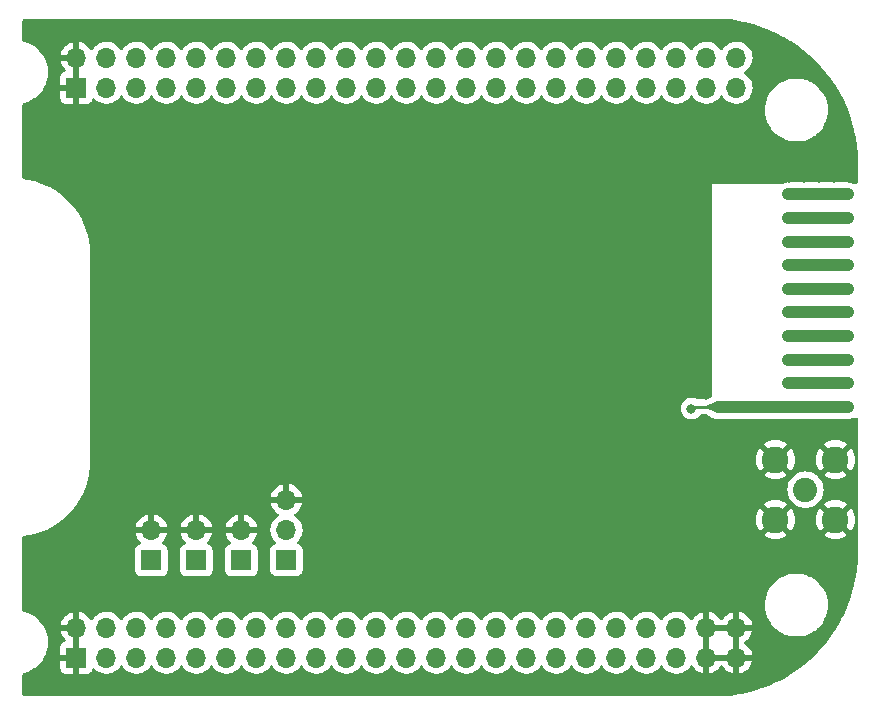
<source format=gbl>
%TF.GenerationSoftware,KiCad,Pcbnew,6.0.4+dfsg-1*%
%TF.CreationDate,2022-04-13T00:03:44+02:00*%
%TF.ProjectId,bbb-mrf89xa-cape,6262622d-6d72-4663-9839-78612d636170,rev?*%
%TF.SameCoordinates,Original*%
%TF.FileFunction,Copper,L2,Bot*%
%TF.FilePolarity,Positive*%
%FSLAX46Y46*%
G04 Gerber Fmt 4.6, Leading zero omitted, Abs format (unit mm)*
G04 Created by KiCad (PCBNEW 6.0.4+dfsg-1) date 2022-04-13 00:03:44*
%MOMM*%
%LPD*%
G01*
G04 APERTURE LIST*
G04 Aperture macros list*
%AMOutline4P*
0 Free polygon, 4 corners , with rotation*
0 The origin of the aperture is its center*
0 number of corners: always 4*
0 $1 to $8 corner X, Y*
0 $9 Rotation angle, in degrees counterclockwise*
0 create outline with 4 corners*
4,1,4,$1,$2,$3,$4,$5,$6,$7,$8,$1,$2,$9*%
G04 Aperture macros list end*
%TA.AperFunction,EtchedComponent*%
%ADD10C,1.000000*%
%TD*%
%TA.AperFunction,ComponentPad*%
%ADD11R,1.700000X1.700000*%
%TD*%
%TA.AperFunction,ComponentPad*%
%ADD12O,1.700000X1.700000*%
%TD*%
%TA.AperFunction,ComponentPad*%
%ADD13C,2.050000*%
%TD*%
%TA.AperFunction,ComponentPad*%
%ADD14C,2.250000*%
%TD*%
%TA.AperFunction,ComponentPad*%
%ADD15C,1.000000*%
%TD*%
%TA.AperFunction,SMDPad,CuDef*%
%ADD16Outline4P,-0.050000X-0.400000X0.050000X-0.400000X0.350000X0.400000X-0.350000X0.400000X270.000000*%
%TD*%
%TA.AperFunction,ViaPad*%
%ADD17C,0.800000*%
%TD*%
%TA.AperFunction,Conductor*%
%ADD18C,0.250000*%
%TD*%
G04 APERTURE END LIST*
D10*
X103382000Y-55134000D02*
X98382000Y-55134000D01*
X103382000Y-47134000D02*
X98382000Y-47134000D01*
X92382000Y-65134000D02*
X103382000Y-65134000D01*
X103382000Y-59134000D02*
X98382000Y-59134000D01*
X103382000Y-51134000D02*
X98382000Y-51134000D01*
X103382000Y-63134000D02*
X98382000Y-63134000D01*
X103382000Y-61134000D02*
X98382000Y-61134000D01*
X103382000Y-57134000D02*
X98382000Y-57134000D01*
X103382000Y-49134000D02*
X98382000Y-49134000D01*
X103382000Y-53134000D02*
X98382000Y-53134000D01*
D11*
X52070000Y-78110000D03*
D12*
X52070000Y-75570000D03*
D11*
X44450000Y-78110000D03*
D12*
X44450000Y-75570000D03*
D13*
X99822000Y-72136000D03*
D14*
X97282000Y-69596000D03*
X102362000Y-69596000D03*
X97282000Y-74676000D03*
X102362000Y-74676000D03*
D11*
X48260000Y-78110000D03*
D12*
X48260000Y-75570000D03*
D11*
X55880000Y-78090000D03*
D12*
X55880000Y-75550000D03*
X55880000Y-73010000D03*
D11*
X38100000Y-38100000D03*
D12*
X38100000Y-35560000D03*
X40640000Y-38100000D03*
X40640000Y-35560000D03*
X43180000Y-38100000D03*
X43180000Y-35560000D03*
X45720000Y-38100000D03*
X45720000Y-35560000D03*
X48260000Y-38100000D03*
X48260000Y-35560000D03*
X50800000Y-38100000D03*
X50800000Y-35560000D03*
X53340000Y-38100000D03*
X53340000Y-35560000D03*
X55880000Y-38100000D03*
X55880000Y-35560000D03*
X58420000Y-38100000D03*
X58420000Y-35560000D03*
X60960000Y-38100000D03*
X60960000Y-35560000D03*
X63500000Y-38100000D03*
X63500000Y-35560000D03*
X66040000Y-38100000D03*
X66040000Y-35560000D03*
X68580000Y-38100000D03*
X68580000Y-35560000D03*
X71120000Y-38100000D03*
X71120000Y-35560000D03*
X73660000Y-38100000D03*
X73660000Y-35560000D03*
X76200000Y-38100000D03*
X76200000Y-35560000D03*
X78740000Y-38100000D03*
X78740000Y-35560000D03*
X81280000Y-38100000D03*
X81280000Y-35560000D03*
X83820000Y-38100000D03*
X83820000Y-35560000D03*
X86360000Y-38100000D03*
X86360000Y-35560000D03*
X88900000Y-38100000D03*
X88900000Y-35560000D03*
X91440000Y-38100000D03*
X91440000Y-35560000D03*
X93980000Y-38100000D03*
X93980000Y-35560000D03*
D11*
X38100000Y-86360000D03*
D12*
X38100000Y-83820000D03*
X40640000Y-86360000D03*
X40640000Y-83820000D03*
X43180000Y-86360000D03*
X43180000Y-83820000D03*
X45720000Y-86360000D03*
X45720000Y-83820000D03*
X48260000Y-86360000D03*
X48260000Y-83820000D03*
X50800000Y-86360000D03*
X50800000Y-83820000D03*
X53340000Y-86360000D03*
X53340000Y-83820000D03*
X55880000Y-86360000D03*
X55880000Y-83820000D03*
X58420000Y-86360000D03*
X58420000Y-83820000D03*
X60960000Y-86360000D03*
X60960000Y-83820000D03*
X63500000Y-86360000D03*
X63500000Y-83820000D03*
X66040000Y-86360000D03*
X66040000Y-83820000D03*
X68580000Y-86360000D03*
X68580000Y-83820000D03*
X71120000Y-86360000D03*
X71120000Y-83820000D03*
X73660000Y-86360000D03*
X73660000Y-83820000D03*
X76200000Y-86360000D03*
X76200000Y-83820000D03*
X78740000Y-86360000D03*
X78740000Y-83820000D03*
X81280000Y-86360000D03*
X81280000Y-83820000D03*
X83820000Y-86360000D03*
X83820000Y-83820000D03*
X86360000Y-86360000D03*
X86360000Y-83820000D03*
X88900000Y-86360000D03*
X88900000Y-83820000D03*
X91440000Y-86360000D03*
X91440000Y-83820000D03*
X93980000Y-86360000D03*
X93980000Y-83820000D03*
D15*
X103382000Y-61134000D03*
X98382000Y-55134000D03*
X98382000Y-47134000D03*
X103382000Y-51134000D03*
X103382000Y-47134000D03*
X103382000Y-55134000D03*
X98382000Y-53134000D03*
X98382000Y-49134000D03*
X103382000Y-59134000D03*
X103382000Y-63134000D03*
X103382000Y-53134000D03*
X103382000Y-49134000D03*
X98382000Y-59134000D03*
X98382000Y-61134000D03*
X98382000Y-57134000D03*
X98382000Y-63134000D03*
X98382000Y-51134000D03*
X103382000Y-57134000D03*
X103382000Y-65134000D03*
D16*
X91682000Y-65134000D03*
D17*
X90170000Y-65278000D03*
X80645000Y-61595000D03*
X91440000Y-60325000D03*
X100965000Y-45720000D03*
X85217000Y-78105000D03*
X99695000Y-45720000D03*
X91440000Y-50165000D03*
X89027000Y-72009000D03*
X83820000Y-64770000D03*
X78994000Y-70879000D03*
X91440000Y-59055000D03*
X91440000Y-48895000D03*
X91438925Y-62862850D03*
X103505000Y-66675000D03*
X91400000Y-64100000D03*
X102235000Y-66675000D03*
X83641000Y-73261000D03*
X90678000Y-73406000D03*
X99695000Y-66675000D03*
X94996000Y-73152000D03*
X93472000Y-71120000D03*
X88900000Y-69215000D03*
X97155000Y-45720000D03*
X91438925Y-47614254D03*
X86614000Y-76073000D03*
X79375000Y-62865000D03*
X88900000Y-77089000D03*
X82042000Y-69342000D03*
X100965000Y-66675000D03*
X90170000Y-63373000D03*
X95885000Y-66675000D03*
X75946000Y-65786000D03*
X92075000Y-66658846D03*
X91440000Y-61595000D03*
X91440000Y-69088000D03*
X93345000Y-66675000D03*
X90043000Y-74422000D03*
X91440000Y-52705000D03*
X69215000Y-76200000D03*
X71030000Y-69385000D03*
X87913500Y-61464000D03*
X94615000Y-45720000D03*
X103505000Y-45720000D03*
X82366000Y-72136000D03*
X88138000Y-70485000D03*
X83439000Y-77089000D03*
X93345000Y-73152000D03*
X91694000Y-67564000D03*
X71120000Y-76200000D03*
X91440000Y-53975000D03*
X98425000Y-66675000D03*
X94615000Y-66675000D03*
X88646000Y-67564000D03*
X63880980Y-75565000D03*
X93344999Y-45708179D03*
X91440000Y-55245000D03*
X64135000Y-68580000D03*
X80518000Y-70929000D03*
X80010000Y-62230000D03*
X91440000Y-56515000D03*
X92456000Y-70231000D03*
X97155000Y-66675000D03*
X82677000Y-75438000D03*
X94996000Y-71120000D03*
X80010000Y-57658000D03*
X91440000Y-46355000D03*
X84836000Y-72136000D03*
X102235000Y-45720000D03*
X77470000Y-66281000D03*
X98425000Y-45720000D03*
X92075000Y-45720000D03*
X95885000Y-45720000D03*
X80645000Y-62865000D03*
X84766000Y-74386000D03*
X78740000Y-77470000D03*
X79375000Y-61595000D03*
X89789000Y-75692000D03*
X87503000Y-77978000D03*
X91440000Y-57785000D03*
X88138000Y-73279000D03*
X82366000Y-74386000D03*
X91438925Y-51426403D03*
X87757000Y-75057000D03*
X88900000Y-55075000D03*
X86360000Y-52875000D03*
X85090000Y-75692000D03*
X73025000Y-76200000D03*
X65405000Y-76200000D03*
D18*
X90170000Y-65278000D02*
X90314000Y-65134000D01*
X90314000Y-65134000D02*
X91557480Y-65134000D01*
%TA.AperFunction,Conductor*%
G36*
X92042604Y-32252043D02*
G01*
X92046670Y-32252685D01*
X92065609Y-32255676D01*
X92074509Y-32254532D01*
X92074515Y-32254532D01*
X92089527Y-32252602D01*
X92109387Y-32251631D01*
X92683127Y-32268930D01*
X92751583Y-32270994D01*
X92758618Y-32271404D01*
X93432558Y-32329566D01*
X93439560Y-32330368D01*
X93931625Y-32400731D01*
X94109207Y-32426125D01*
X94116141Y-32427314D01*
X94617256Y-32527841D01*
X94779398Y-32560367D01*
X94786267Y-32561946D01*
X95074138Y-32636656D01*
X95441061Y-32731881D01*
X95447796Y-32733832D01*
X96092052Y-32940111D01*
X96098695Y-32942445D01*
X96730392Y-33184418D01*
X96736901Y-33187122D01*
X97354091Y-33464043D01*
X97360438Y-33467107D01*
X97961166Y-33778101D01*
X97967332Y-33781515D01*
X98549737Y-34125615D01*
X98555703Y-34129369D01*
X99117952Y-34505492D01*
X99123699Y-34509573D01*
X99648201Y-34904621D01*
X99664036Y-34916548D01*
X99669539Y-34920940D01*
X100123636Y-35304570D01*
X100186288Y-35357500D01*
X100191537Y-35362192D01*
X100673557Y-35817973D01*
X100683059Y-35826958D01*
X100688034Y-35831933D01*
X101152802Y-36323457D01*
X101157495Y-36328706D01*
X101594056Y-36845455D01*
X101598447Y-36850958D01*
X101810421Y-37132394D01*
X102005427Y-37391302D01*
X102009508Y-37397048D01*
X102385631Y-37959297D01*
X102389385Y-37965263D01*
X102733485Y-38547668D01*
X102736899Y-38553834D01*
X103047893Y-39154562D01*
X103050957Y-39160909D01*
X103327878Y-39778099D01*
X103330582Y-39784608D01*
X103572555Y-40416305D01*
X103574889Y-40422948D01*
X103781168Y-41067204D01*
X103783122Y-41073951D01*
X103953054Y-41728733D01*
X103954633Y-41735602D01*
X104086403Y-42392461D01*
X104087684Y-42398849D01*
X104088876Y-42405796D01*
X104184632Y-43075440D01*
X104185434Y-43082442D01*
X104243596Y-43756381D01*
X104244006Y-43763417D01*
X104263141Y-44398011D01*
X104261739Y-44420928D01*
X104259297Y-44436839D01*
X104260480Y-44445736D01*
X104260480Y-44445737D01*
X104263401Y-44467703D01*
X104264500Y-44484311D01*
X104264500Y-46102000D01*
X104244498Y-46170121D01*
X104190842Y-46216614D01*
X104138500Y-46228000D01*
X103859827Y-46228000D01*
X103799127Y-46212415D01*
X103786612Y-46205535D01*
X103786611Y-46205535D01*
X103781213Y-46202567D01*
X103777830Y-46201494D01*
X103774701Y-46199802D01*
X103683974Y-46171718D01*
X103683158Y-46171462D01*
X103598565Y-46144627D01*
X103598561Y-46144626D01*
X103592694Y-46142765D01*
X103589163Y-46142369D01*
X103585768Y-46141318D01*
X103491293Y-46131389D01*
X103490579Y-46131311D01*
X103438773Y-46125500D01*
X103436200Y-46125500D01*
X103432224Y-46125180D01*
X103395204Y-46121289D01*
X103395202Y-46121289D01*
X103389075Y-46120645D01*
X103343309Y-46124810D01*
X103341430Y-46124981D01*
X103330010Y-46125500D01*
X98441873Y-46125500D01*
X98428703Y-46124810D01*
X98395204Y-46121289D01*
X98395202Y-46121289D01*
X98389075Y-46120645D01*
X98338827Y-46125218D01*
X98334793Y-46125500D01*
X98332231Y-46125500D01*
X98329173Y-46125800D01*
X98329169Y-46125800D01*
X98287404Y-46129895D01*
X98286529Y-46129977D01*
X98271982Y-46131301D01*
X98192112Y-46138570D01*
X98188703Y-46139573D01*
X98185167Y-46139920D01*
X98094279Y-46167361D01*
X98093610Y-46167561D01*
X98002381Y-46194410D01*
X97999228Y-46196058D01*
X97995831Y-46197084D01*
X97990401Y-46199971D01*
X97990399Y-46199972D01*
X97965423Y-46213252D01*
X97906270Y-46228000D01*
X91948000Y-46228000D01*
X91948000Y-64146807D01*
X91927998Y-64214928D01*
X91881153Y-64258059D01*
X91821204Y-64289934D01*
X91730868Y-64363610D01*
X91726501Y-64367172D01*
X91691107Y-64387506D01*
X91411184Y-64492477D01*
X91366942Y-64500500D01*
X90682721Y-64500500D01*
X90627300Y-64485650D01*
X90626752Y-64486882D01*
X90458319Y-64411891D01*
X90458318Y-64411891D01*
X90452288Y-64409206D01*
X90350198Y-64387506D01*
X90271944Y-64370872D01*
X90271939Y-64370872D01*
X90265487Y-64369500D01*
X90074513Y-64369500D01*
X90068061Y-64370872D01*
X90068056Y-64370872D01*
X89989802Y-64387506D01*
X89887712Y-64409206D01*
X89881682Y-64411891D01*
X89881681Y-64411891D01*
X89719278Y-64484197D01*
X89719276Y-64484198D01*
X89713248Y-64486882D01*
X89707907Y-64490762D01*
X89707906Y-64490763D01*
X89657843Y-64527136D01*
X89558747Y-64599134D01*
X89430960Y-64741056D01*
X89335473Y-64906444D01*
X89276458Y-65088072D01*
X89256496Y-65278000D01*
X89276458Y-65467928D01*
X89335473Y-65649556D01*
X89430960Y-65814944D01*
X89558747Y-65956866D01*
X89581119Y-65973120D01*
X89704094Y-66062467D01*
X89713248Y-66069118D01*
X89719276Y-66071802D01*
X89719278Y-66071803D01*
X89880057Y-66143386D01*
X89887712Y-66146794D01*
X89978069Y-66166000D01*
X90068056Y-66185128D01*
X90068061Y-66185128D01*
X90074513Y-66186500D01*
X90265487Y-66186500D01*
X90271939Y-66185128D01*
X90271944Y-66185128D01*
X90361931Y-66166000D01*
X90452288Y-66146794D01*
X90459943Y-66143386D01*
X90620722Y-66071803D01*
X90620724Y-66071802D01*
X90626752Y-66069118D01*
X90635907Y-66062467D01*
X90758881Y-65973120D01*
X90781253Y-65956866D01*
X90909040Y-65814944D01*
X90909828Y-65815654D01*
X90961150Y-65776083D01*
X91006857Y-65767500D01*
X91366943Y-65767500D01*
X91411184Y-65775522D01*
X91691711Y-65880719D01*
X91728461Y-65902176D01*
X91809474Y-65970154D01*
X91814863Y-65973117D01*
X91814868Y-65973120D01*
X91936524Y-66040000D01*
X91982787Y-66065433D01*
X91988654Y-66067294D01*
X91988656Y-66067295D01*
X92165436Y-66123373D01*
X92171306Y-66125235D01*
X92325227Y-66142500D01*
X103314226Y-66142500D01*
X103329145Y-66143386D01*
X103360777Y-66147158D01*
X103366912Y-66146686D01*
X103366914Y-66146686D01*
X103416489Y-66142871D01*
X103426156Y-66142500D01*
X103431769Y-66142500D01*
X103468591Y-66138890D01*
X103471212Y-66138660D01*
X103477818Y-66138152D01*
X103551831Y-66132457D01*
X103551835Y-66132456D01*
X103557972Y-66131984D01*
X103563903Y-66130328D01*
X103568345Y-66129545D01*
X103572708Y-66128681D01*
X103578833Y-66128080D01*
X103662131Y-66102931D01*
X103664665Y-66102195D01*
X103742525Y-66080456D01*
X103742526Y-66080456D01*
X103748463Y-66078798D01*
X103753967Y-66076018D01*
X103758164Y-66074390D01*
X103762273Y-66072696D01*
X103768169Y-66070916D01*
X103798577Y-66054748D01*
X103857730Y-66040000D01*
X104138500Y-66040000D01*
X104206621Y-66060002D01*
X104253114Y-66113658D01*
X104264500Y-66166000D01*
X104264500Y-77412759D01*
X104263008Y-77432092D01*
X104259306Y-77455932D01*
X104260473Y-77464828D01*
X104260473Y-77464834D01*
X104262440Y-77479827D01*
X104263463Y-77499702D01*
X104245684Y-78142329D01*
X104245290Y-78149389D01*
X104188645Y-78823848D01*
X104187856Y-78830875D01*
X104156951Y-79050316D01*
X104100873Y-79448500D01*
X104093462Y-79501119D01*
X104092281Y-79508080D01*
X104048697Y-79727539D01*
X103960439Y-80171949D01*
X103958868Y-80178843D01*
X103789987Y-80834286D01*
X103788031Y-80841082D01*
X103582649Y-81486011D01*
X103580317Y-81492682D01*
X103438532Y-81864362D01*
X103339074Y-82125084D01*
X103336373Y-82131608D01*
X103060031Y-82749484D01*
X103056978Y-82755826D01*
X102952203Y-82958717D01*
X102746409Y-83357225D01*
X102742990Y-83363414D01*
X102399173Y-83946443D01*
X102395411Y-83952431D01*
X102019446Y-84515226D01*
X102015355Y-84520994D01*
X101608380Y-85061849D01*
X101603971Y-85067377D01*
X101444411Y-85256351D01*
X101167314Y-85584529D01*
X101162622Y-85589779D01*
X100844881Y-85925875D01*
X100697631Y-86081631D01*
X100692637Y-86086625D01*
X100200779Y-86551622D01*
X100195529Y-86556314D01*
X99945248Y-86767639D01*
X99678377Y-86992971D01*
X99672849Y-86997380D01*
X99131994Y-87404355D01*
X99126226Y-87408446D01*
X98563431Y-87784411D01*
X98557443Y-87788173D01*
X97974414Y-88131990D01*
X97968225Y-88135409D01*
X97634281Y-88307862D01*
X97366826Y-88445978D01*
X97360484Y-88449031D01*
X96742608Y-88725373D01*
X96736093Y-88728070D01*
X96103686Y-88969315D01*
X96097011Y-88971649D01*
X95452082Y-89177031D01*
X95445286Y-89178987D01*
X94789843Y-89347868D01*
X94782949Y-89349439D01*
X94447324Y-89416093D01*
X94119080Y-89481281D01*
X94112131Y-89482460D01*
X93814828Y-89524331D01*
X93441875Y-89576856D01*
X93434848Y-89577645D01*
X93002721Y-89613937D01*
X92760380Y-89634290D01*
X92753335Y-89634684D01*
X92423296Y-89643814D01*
X92118290Y-89652252D01*
X92095379Y-89650793D01*
X92079484Y-89648312D01*
X92070585Y-89649472D01*
X92070582Y-89649472D01*
X92047792Y-89652443D01*
X92031506Y-89653500D01*
X33724183Y-89653500D01*
X33712112Y-89652150D01*
X33712072Y-89652646D01*
X33703125Y-89651923D01*
X33694370Y-89649939D01*
X33685410Y-89650492D01*
X33676462Y-89649769D01*
X33676572Y-89648408D01*
X33654909Y-89646384D01*
X33649459Y-89645006D01*
X33608563Y-89626403D01*
X33594864Y-89616907D01*
X33563093Y-89585136D01*
X33553597Y-89571437D01*
X33534996Y-89530547D01*
X33533424Y-89524331D01*
X33530377Y-89504430D01*
X33530919Y-89498153D01*
X33528972Y-89488470D01*
X33526500Y-89463632D01*
X33526500Y-87796408D01*
X33546502Y-87728287D01*
X33600158Y-87681794D01*
X33629538Y-87672518D01*
X33662372Y-87666433D01*
X33902475Y-87590729D01*
X33968860Y-87569798D01*
X33968863Y-87569797D01*
X33972532Y-87568640D01*
X33976029Y-87567046D01*
X33976035Y-87567044D01*
X34264954Y-87435376D01*
X34264958Y-87435374D01*
X34268462Y-87433777D01*
X34271744Y-87431766D01*
X34542473Y-87265863D01*
X34542476Y-87265861D01*
X34545751Y-87263854D01*
X34548755Y-87261464D01*
X34548760Y-87261461D01*
X34557299Y-87254669D01*
X36742001Y-87254669D01*
X36742371Y-87261490D01*
X36747895Y-87312352D01*
X36751521Y-87327604D01*
X36796676Y-87448054D01*
X36805214Y-87463649D01*
X36881715Y-87565724D01*
X36894276Y-87578285D01*
X36996351Y-87654786D01*
X37011946Y-87663324D01*
X37132394Y-87708478D01*
X37147649Y-87712105D01*
X37198514Y-87717631D01*
X37205328Y-87718000D01*
X37827885Y-87718000D01*
X37843124Y-87713525D01*
X37844329Y-87712135D01*
X37846000Y-87704452D01*
X37846000Y-87699884D01*
X38354000Y-87699884D01*
X38358475Y-87715123D01*
X38359865Y-87716328D01*
X38367548Y-87717999D01*
X38994669Y-87717999D01*
X39001490Y-87717629D01*
X39052352Y-87712105D01*
X39067604Y-87708479D01*
X39188054Y-87663324D01*
X39203649Y-87654786D01*
X39305724Y-87578285D01*
X39318285Y-87565724D01*
X39394786Y-87463649D01*
X39403324Y-87448054D01*
X39444225Y-87338952D01*
X39486867Y-87282188D01*
X39553428Y-87257488D01*
X39622777Y-87272696D01*
X39657444Y-87300684D01*
X39682865Y-87330031D01*
X39682869Y-87330035D01*
X39686250Y-87333938D01*
X39858126Y-87476632D01*
X40051000Y-87589338D01*
X40259692Y-87669030D01*
X40264760Y-87670061D01*
X40264763Y-87670062D01*
X40349722Y-87687347D01*
X40478597Y-87713567D01*
X40483772Y-87713757D01*
X40483774Y-87713757D01*
X40696673Y-87721564D01*
X40696677Y-87721564D01*
X40701837Y-87721753D01*
X40706957Y-87721097D01*
X40706959Y-87721097D01*
X40918288Y-87694025D01*
X40918289Y-87694025D01*
X40923416Y-87693368D01*
X40929259Y-87691615D01*
X41132429Y-87630661D01*
X41132434Y-87630659D01*
X41137384Y-87629174D01*
X41337994Y-87530896D01*
X41519860Y-87401173D01*
X41678096Y-87243489D01*
X41765108Y-87122399D01*
X41808453Y-87062077D01*
X41809776Y-87063028D01*
X41856645Y-87019857D01*
X41926580Y-87007625D01*
X41992026Y-87035144D01*
X42019875Y-87066994D01*
X42079987Y-87165088D01*
X42226250Y-87333938D01*
X42398126Y-87476632D01*
X42591000Y-87589338D01*
X42799692Y-87669030D01*
X42804760Y-87670061D01*
X42804763Y-87670062D01*
X42889722Y-87687347D01*
X43018597Y-87713567D01*
X43023772Y-87713757D01*
X43023774Y-87713757D01*
X43236673Y-87721564D01*
X43236677Y-87721564D01*
X43241837Y-87721753D01*
X43246957Y-87721097D01*
X43246959Y-87721097D01*
X43458288Y-87694025D01*
X43458289Y-87694025D01*
X43463416Y-87693368D01*
X43469259Y-87691615D01*
X43672429Y-87630661D01*
X43672434Y-87630659D01*
X43677384Y-87629174D01*
X43877994Y-87530896D01*
X44059860Y-87401173D01*
X44218096Y-87243489D01*
X44305108Y-87122399D01*
X44348453Y-87062077D01*
X44349776Y-87063028D01*
X44396645Y-87019857D01*
X44466580Y-87007625D01*
X44532026Y-87035144D01*
X44559875Y-87066994D01*
X44619987Y-87165088D01*
X44766250Y-87333938D01*
X44938126Y-87476632D01*
X45131000Y-87589338D01*
X45339692Y-87669030D01*
X45344760Y-87670061D01*
X45344763Y-87670062D01*
X45429722Y-87687347D01*
X45558597Y-87713567D01*
X45563772Y-87713757D01*
X45563774Y-87713757D01*
X45776673Y-87721564D01*
X45776677Y-87721564D01*
X45781837Y-87721753D01*
X45786957Y-87721097D01*
X45786959Y-87721097D01*
X45998288Y-87694025D01*
X45998289Y-87694025D01*
X46003416Y-87693368D01*
X46009259Y-87691615D01*
X46212429Y-87630661D01*
X46212434Y-87630659D01*
X46217384Y-87629174D01*
X46417994Y-87530896D01*
X46599860Y-87401173D01*
X46758096Y-87243489D01*
X46845108Y-87122399D01*
X46888453Y-87062077D01*
X46889776Y-87063028D01*
X46936645Y-87019857D01*
X47006580Y-87007625D01*
X47072026Y-87035144D01*
X47099875Y-87066994D01*
X47159987Y-87165088D01*
X47306250Y-87333938D01*
X47478126Y-87476632D01*
X47671000Y-87589338D01*
X47879692Y-87669030D01*
X47884760Y-87670061D01*
X47884763Y-87670062D01*
X47969722Y-87687347D01*
X48098597Y-87713567D01*
X48103772Y-87713757D01*
X48103774Y-87713757D01*
X48316673Y-87721564D01*
X48316677Y-87721564D01*
X48321837Y-87721753D01*
X48326957Y-87721097D01*
X48326959Y-87721097D01*
X48538288Y-87694025D01*
X48538289Y-87694025D01*
X48543416Y-87693368D01*
X48549259Y-87691615D01*
X48752429Y-87630661D01*
X48752434Y-87630659D01*
X48757384Y-87629174D01*
X48957994Y-87530896D01*
X49139860Y-87401173D01*
X49298096Y-87243489D01*
X49385108Y-87122399D01*
X49428453Y-87062077D01*
X49429776Y-87063028D01*
X49476645Y-87019857D01*
X49546580Y-87007625D01*
X49612026Y-87035144D01*
X49639875Y-87066994D01*
X49699987Y-87165088D01*
X49846250Y-87333938D01*
X50018126Y-87476632D01*
X50211000Y-87589338D01*
X50419692Y-87669030D01*
X50424760Y-87670061D01*
X50424763Y-87670062D01*
X50509722Y-87687347D01*
X50638597Y-87713567D01*
X50643772Y-87713757D01*
X50643774Y-87713757D01*
X50856673Y-87721564D01*
X50856677Y-87721564D01*
X50861837Y-87721753D01*
X50866957Y-87721097D01*
X50866959Y-87721097D01*
X51078288Y-87694025D01*
X51078289Y-87694025D01*
X51083416Y-87693368D01*
X51089259Y-87691615D01*
X51292429Y-87630661D01*
X51292434Y-87630659D01*
X51297384Y-87629174D01*
X51497994Y-87530896D01*
X51679860Y-87401173D01*
X51838096Y-87243489D01*
X51925108Y-87122399D01*
X51968453Y-87062077D01*
X51969776Y-87063028D01*
X52016645Y-87019857D01*
X52086580Y-87007625D01*
X52152026Y-87035144D01*
X52179875Y-87066994D01*
X52239987Y-87165088D01*
X52386250Y-87333938D01*
X52558126Y-87476632D01*
X52751000Y-87589338D01*
X52959692Y-87669030D01*
X52964760Y-87670061D01*
X52964763Y-87670062D01*
X53049722Y-87687347D01*
X53178597Y-87713567D01*
X53183772Y-87713757D01*
X53183774Y-87713757D01*
X53396673Y-87721564D01*
X53396677Y-87721564D01*
X53401837Y-87721753D01*
X53406957Y-87721097D01*
X53406959Y-87721097D01*
X53618288Y-87694025D01*
X53618289Y-87694025D01*
X53623416Y-87693368D01*
X53629259Y-87691615D01*
X53832429Y-87630661D01*
X53832434Y-87630659D01*
X53837384Y-87629174D01*
X54037994Y-87530896D01*
X54219860Y-87401173D01*
X54378096Y-87243489D01*
X54465108Y-87122399D01*
X54508453Y-87062077D01*
X54509776Y-87063028D01*
X54556645Y-87019857D01*
X54626580Y-87007625D01*
X54692026Y-87035144D01*
X54719875Y-87066994D01*
X54779987Y-87165088D01*
X54926250Y-87333938D01*
X55098126Y-87476632D01*
X55291000Y-87589338D01*
X55499692Y-87669030D01*
X55504760Y-87670061D01*
X55504763Y-87670062D01*
X55589722Y-87687347D01*
X55718597Y-87713567D01*
X55723772Y-87713757D01*
X55723774Y-87713757D01*
X55936673Y-87721564D01*
X55936677Y-87721564D01*
X55941837Y-87721753D01*
X55946957Y-87721097D01*
X55946959Y-87721097D01*
X56158288Y-87694025D01*
X56158289Y-87694025D01*
X56163416Y-87693368D01*
X56169259Y-87691615D01*
X56372429Y-87630661D01*
X56372434Y-87630659D01*
X56377384Y-87629174D01*
X56577994Y-87530896D01*
X56759860Y-87401173D01*
X56918096Y-87243489D01*
X57005108Y-87122399D01*
X57048453Y-87062077D01*
X57049776Y-87063028D01*
X57096645Y-87019857D01*
X57166580Y-87007625D01*
X57232026Y-87035144D01*
X57259875Y-87066994D01*
X57319987Y-87165088D01*
X57466250Y-87333938D01*
X57638126Y-87476632D01*
X57831000Y-87589338D01*
X58039692Y-87669030D01*
X58044760Y-87670061D01*
X58044763Y-87670062D01*
X58129722Y-87687347D01*
X58258597Y-87713567D01*
X58263772Y-87713757D01*
X58263774Y-87713757D01*
X58476673Y-87721564D01*
X58476677Y-87721564D01*
X58481837Y-87721753D01*
X58486957Y-87721097D01*
X58486959Y-87721097D01*
X58698288Y-87694025D01*
X58698289Y-87694025D01*
X58703416Y-87693368D01*
X58709259Y-87691615D01*
X58912429Y-87630661D01*
X58912434Y-87630659D01*
X58917384Y-87629174D01*
X59117994Y-87530896D01*
X59299860Y-87401173D01*
X59458096Y-87243489D01*
X59545108Y-87122399D01*
X59588453Y-87062077D01*
X59589776Y-87063028D01*
X59636645Y-87019857D01*
X59706580Y-87007625D01*
X59772026Y-87035144D01*
X59799875Y-87066994D01*
X59859987Y-87165088D01*
X60006250Y-87333938D01*
X60178126Y-87476632D01*
X60371000Y-87589338D01*
X60579692Y-87669030D01*
X60584760Y-87670061D01*
X60584763Y-87670062D01*
X60669722Y-87687347D01*
X60798597Y-87713567D01*
X60803772Y-87713757D01*
X60803774Y-87713757D01*
X61016673Y-87721564D01*
X61016677Y-87721564D01*
X61021837Y-87721753D01*
X61026957Y-87721097D01*
X61026959Y-87721097D01*
X61238288Y-87694025D01*
X61238289Y-87694025D01*
X61243416Y-87693368D01*
X61249259Y-87691615D01*
X61452429Y-87630661D01*
X61452434Y-87630659D01*
X61457384Y-87629174D01*
X61657994Y-87530896D01*
X61839860Y-87401173D01*
X61998096Y-87243489D01*
X62085108Y-87122399D01*
X62128453Y-87062077D01*
X62129776Y-87063028D01*
X62176645Y-87019857D01*
X62246580Y-87007625D01*
X62312026Y-87035144D01*
X62339875Y-87066994D01*
X62399987Y-87165088D01*
X62546250Y-87333938D01*
X62718126Y-87476632D01*
X62911000Y-87589338D01*
X63119692Y-87669030D01*
X63124760Y-87670061D01*
X63124763Y-87670062D01*
X63209722Y-87687347D01*
X63338597Y-87713567D01*
X63343772Y-87713757D01*
X63343774Y-87713757D01*
X63556673Y-87721564D01*
X63556677Y-87721564D01*
X63561837Y-87721753D01*
X63566957Y-87721097D01*
X63566959Y-87721097D01*
X63778288Y-87694025D01*
X63778289Y-87694025D01*
X63783416Y-87693368D01*
X63789259Y-87691615D01*
X63992429Y-87630661D01*
X63992434Y-87630659D01*
X63997384Y-87629174D01*
X64197994Y-87530896D01*
X64379860Y-87401173D01*
X64538096Y-87243489D01*
X64625108Y-87122399D01*
X64668453Y-87062077D01*
X64669776Y-87063028D01*
X64716645Y-87019857D01*
X64786580Y-87007625D01*
X64852026Y-87035144D01*
X64879875Y-87066994D01*
X64939987Y-87165088D01*
X65086250Y-87333938D01*
X65258126Y-87476632D01*
X65451000Y-87589338D01*
X65659692Y-87669030D01*
X65664760Y-87670061D01*
X65664763Y-87670062D01*
X65749722Y-87687347D01*
X65878597Y-87713567D01*
X65883772Y-87713757D01*
X65883774Y-87713757D01*
X66096673Y-87721564D01*
X66096677Y-87721564D01*
X66101837Y-87721753D01*
X66106957Y-87721097D01*
X66106959Y-87721097D01*
X66318288Y-87694025D01*
X66318289Y-87694025D01*
X66323416Y-87693368D01*
X66329259Y-87691615D01*
X66532429Y-87630661D01*
X66532434Y-87630659D01*
X66537384Y-87629174D01*
X66737994Y-87530896D01*
X66919860Y-87401173D01*
X67078096Y-87243489D01*
X67165108Y-87122399D01*
X67208453Y-87062077D01*
X67209776Y-87063028D01*
X67256645Y-87019857D01*
X67326580Y-87007625D01*
X67392026Y-87035144D01*
X67419875Y-87066994D01*
X67479987Y-87165088D01*
X67626250Y-87333938D01*
X67798126Y-87476632D01*
X67991000Y-87589338D01*
X68199692Y-87669030D01*
X68204760Y-87670061D01*
X68204763Y-87670062D01*
X68289722Y-87687347D01*
X68418597Y-87713567D01*
X68423772Y-87713757D01*
X68423774Y-87713757D01*
X68636673Y-87721564D01*
X68636677Y-87721564D01*
X68641837Y-87721753D01*
X68646957Y-87721097D01*
X68646959Y-87721097D01*
X68858288Y-87694025D01*
X68858289Y-87694025D01*
X68863416Y-87693368D01*
X68869259Y-87691615D01*
X69072429Y-87630661D01*
X69072434Y-87630659D01*
X69077384Y-87629174D01*
X69277994Y-87530896D01*
X69459860Y-87401173D01*
X69618096Y-87243489D01*
X69705108Y-87122399D01*
X69748453Y-87062077D01*
X69749776Y-87063028D01*
X69796645Y-87019857D01*
X69866580Y-87007625D01*
X69932026Y-87035144D01*
X69959875Y-87066994D01*
X70019987Y-87165088D01*
X70166250Y-87333938D01*
X70338126Y-87476632D01*
X70531000Y-87589338D01*
X70739692Y-87669030D01*
X70744760Y-87670061D01*
X70744763Y-87670062D01*
X70829722Y-87687347D01*
X70958597Y-87713567D01*
X70963772Y-87713757D01*
X70963774Y-87713757D01*
X71176673Y-87721564D01*
X71176677Y-87721564D01*
X71181837Y-87721753D01*
X71186957Y-87721097D01*
X71186959Y-87721097D01*
X71398288Y-87694025D01*
X71398289Y-87694025D01*
X71403416Y-87693368D01*
X71409259Y-87691615D01*
X71612429Y-87630661D01*
X71612434Y-87630659D01*
X71617384Y-87629174D01*
X71817994Y-87530896D01*
X71999860Y-87401173D01*
X72158096Y-87243489D01*
X72245108Y-87122399D01*
X72288453Y-87062077D01*
X72289776Y-87063028D01*
X72336645Y-87019857D01*
X72406580Y-87007625D01*
X72472026Y-87035144D01*
X72499875Y-87066994D01*
X72559987Y-87165088D01*
X72706250Y-87333938D01*
X72878126Y-87476632D01*
X73071000Y-87589338D01*
X73279692Y-87669030D01*
X73284760Y-87670061D01*
X73284763Y-87670062D01*
X73369722Y-87687347D01*
X73498597Y-87713567D01*
X73503772Y-87713757D01*
X73503774Y-87713757D01*
X73716673Y-87721564D01*
X73716677Y-87721564D01*
X73721837Y-87721753D01*
X73726957Y-87721097D01*
X73726959Y-87721097D01*
X73938288Y-87694025D01*
X73938289Y-87694025D01*
X73943416Y-87693368D01*
X73949259Y-87691615D01*
X74152429Y-87630661D01*
X74152434Y-87630659D01*
X74157384Y-87629174D01*
X74357994Y-87530896D01*
X74539860Y-87401173D01*
X74698096Y-87243489D01*
X74785108Y-87122399D01*
X74828453Y-87062077D01*
X74829776Y-87063028D01*
X74876645Y-87019857D01*
X74946580Y-87007625D01*
X75012026Y-87035144D01*
X75039875Y-87066994D01*
X75099987Y-87165088D01*
X75246250Y-87333938D01*
X75418126Y-87476632D01*
X75611000Y-87589338D01*
X75819692Y-87669030D01*
X75824760Y-87670061D01*
X75824763Y-87670062D01*
X75909722Y-87687347D01*
X76038597Y-87713567D01*
X76043772Y-87713757D01*
X76043774Y-87713757D01*
X76256673Y-87721564D01*
X76256677Y-87721564D01*
X76261837Y-87721753D01*
X76266957Y-87721097D01*
X76266959Y-87721097D01*
X76478288Y-87694025D01*
X76478289Y-87694025D01*
X76483416Y-87693368D01*
X76489259Y-87691615D01*
X76692429Y-87630661D01*
X76692434Y-87630659D01*
X76697384Y-87629174D01*
X76897994Y-87530896D01*
X77079860Y-87401173D01*
X77238096Y-87243489D01*
X77325108Y-87122399D01*
X77368453Y-87062077D01*
X77369776Y-87063028D01*
X77416645Y-87019857D01*
X77486580Y-87007625D01*
X77552026Y-87035144D01*
X77579875Y-87066994D01*
X77639987Y-87165088D01*
X77786250Y-87333938D01*
X77958126Y-87476632D01*
X78151000Y-87589338D01*
X78359692Y-87669030D01*
X78364760Y-87670061D01*
X78364763Y-87670062D01*
X78449722Y-87687347D01*
X78578597Y-87713567D01*
X78583772Y-87713757D01*
X78583774Y-87713757D01*
X78796673Y-87721564D01*
X78796677Y-87721564D01*
X78801837Y-87721753D01*
X78806957Y-87721097D01*
X78806959Y-87721097D01*
X79018288Y-87694025D01*
X79018289Y-87694025D01*
X79023416Y-87693368D01*
X79029259Y-87691615D01*
X79232429Y-87630661D01*
X79232434Y-87630659D01*
X79237384Y-87629174D01*
X79437994Y-87530896D01*
X79619860Y-87401173D01*
X79778096Y-87243489D01*
X79865108Y-87122399D01*
X79908453Y-87062077D01*
X79909776Y-87063028D01*
X79956645Y-87019857D01*
X80026580Y-87007625D01*
X80092026Y-87035144D01*
X80119875Y-87066994D01*
X80179987Y-87165088D01*
X80326250Y-87333938D01*
X80498126Y-87476632D01*
X80691000Y-87589338D01*
X80899692Y-87669030D01*
X80904760Y-87670061D01*
X80904763Y-87670062D01*
X80989722Y-87687347D01*
X81118597Y-87713567D01*
X81123772Y-87713757D01*
X81123774Y-87713757D01*
X81336673Y-87721564D01*
X81336677Y-87721564D01*
X81341837Y-87721753D01*
X81346957Y-87721097D01*
X81346959Y-87721097D01*
X81558288Y-87694025D01*
X81558289Y-87694025D01*
X81563416Y-87693368D01*
X81569259Y-87691615D01*
X81772429Y-87630661D01*
X81772434Y-87630659D01*
X81777384Y-87629174D01*
X81977994Y-87530896D01*
X82159860Y-87401173D01*
X82318096Y-87243489D01*
X82405108Y-87122399D01*
X82448453Y-87062077D01*
X82449776Y-87063028D01*
X82496645Y-87019857D01*
X82566580Y-87007625D01*
X82632026Y-87035144D01*
X82659875Y-87066994D01*
X82719987Y-87165088D01*
X82866250Y-87333938D01*
X83038126Y-87476632D01*
X83231000Y-87589338D01*
X83439692Y-87669030D01*
X83444760Y-87670061D01*
X83444763Y-87670062D01*
X83529722Y-87687347D01*
X83658597Y-87713567D01*
X83663772Y-87713757D01*
X83663774Y-87713757D01*
X83876673Y-87721564D01*
X83876677Y-87721564D01*
X83881837Y-87721753D01*
X83886957Y-87721097D01*
X83886959Y-87721097D01*
X84098288Y-87694025D01*
X84098289Y-87694025D01*
X84103416Y-87693368D01*
X84109259Y-87691615D01*
X84312429Y-87630661D01*
X84312434Y-87630659D01*
X84317384Y-87629174D01*
X84517994Y-87530896D01*
X84699860Y-87401173D01*
X84858096Y-87243489D01*
X84945108Y-87122399D01*
X84988453Y-87062077D01*
X84989776Y-87063028D01*
X85036645Y-87019857D01*
X85106580Y-87007625D01*
X85172026Y-87035144D01*
X85199875Y-87066994D01*
X85259987Y-87165088D01*
X85406250Y-87333938D01*
X85578126Y-87476632D01*
X85771000Y-87589338D01*
X85979692Y-87669030D01*
X85984760Y-87670061D01*
X85984763Y-87670062D01*
X86069722Y-87687347D01*
X86198597Y-87713567D01*
X86203772Y-87713757D01*
X86203774Y-87713757D01*
X86416673Y-87721564D01*
X86416677Y-87721564D01*
X86421837Y-87721753D01*
X86426957Y-87721097D01*
X86426959Y-87721097D01*
X86638288Y-87694025D01*
X86638289Y-87694025D01*
X86643416Y-87693368D01*
X86649259Y-87691615D01*
X86852429Y-87630661D01*
X86852434Y-87630659D01*
X86857384Y-87629174D01*
X87057994Y-87530896D01*
X87239860Y-87401173D01*
X87398096Y-87243489D01*
X87485108Y-87122399D01*
X87528453Y-87062077D01*
X87529776Y-87063028D01*
X87576645Y-87019857D01*
X87646580Y-87007625D01*
X87712026Y-87035144D01*
X87739875Y-87066994D01*
X87799987Y-87165088D01*
X87946250Y-87333938D01*
X88118126Y-87476632D01*
X88311000Y-87589338D01*
X88519692Y-87669030D01*
X88524760Y-87670061D01*
X88524763Y-87670062D01*
X88609722Y-87687347D01*
X88738597Y-87713567D01*
X88743772Y-87713757D01*
X88743774Y-87713757D01*
X88956673Y-87721564D01*
X88956677Y-87721564D01*
X88961837Y-87721753D01*
X88966957Y-87721097D01*
X88966959Y-87721097D01*
X89178288Y-87694025D01*
X89178289Y-87694025D01*
X89183416Y-87693368D01*
X89189259Y-87691615D01*
X89392429Y-87630661D01*
X89392434Y-87630659D01*
X89397384Y-87629174D01*
X89597994Y-87530896D01*
X89779860Y-87401173D01*
X89938096Y-87243489D01*
X90025108Y-87122399D01*
X90068453Y-87062077D01*
X90069640Y-87062930D01*
X90116960Y-87019362D01*
X90186897Y-87007145D01*
X90252338Y-87034678D01*
X90280166Y-87066511D01*
X90337694Y-87160388D01*
X90343777Y-87168699D01*
X90483213Y-87329667D01*
X90490580Y-87336883D01*
X90654434Y-87472916D01*
X90662881Y-87478831D01*
X90846756Y-87586279D01*
X90856042Y-87590729D01*
X91055001Y-87666703D01*
X91064899Y-87669579D01*
X91168250Y-87690606D01*
X91182299Y-87689410D01*
X91186000Y-87679065D01*
X91186000Y-87678517D01*
X91694000Y-87678517D01*
X91698064Y-87692359D01*
X91711478Y-87694393D01*
X91718184Y-87693534D01*
X91728262Y-87691392D01*
X91932255Y-87630191D01*
X91941842Y-87626433D01*
X92133095Y-87532739D01*
X92141945Y-87527464D01*
X92315328Y-87403792D01*
X92323200Y-87397139D01*
X92474052Y-87246812D01*
X92480730Y-87238965D01*
X92608022Y-87061819D01*
X92609147Y-87062627D01*
X92656669Y-87018876D01*
X92726607Y-87006661D01*
X92792046Y-87034197D01*
X92819870Y-87066028D01*
X92877690Y-87160383D01*
X92883777Y-87168699D01*
X93023213Y-87329667D01*
X93030580Y-87336883D01*
X93194434Y-87472916D01*
X93202881Y-87478831D01*
X93386756Y-87586279D01*
X93396042Y-87590729D01*
X93595001Y-87666703D01*
X93604899Y-87669579D01*
X93708250Y-87690606D01*
X93722299Y-87689410D01*
X93726000Y-87679065D01*
X93726000Y-87678517D01*
X94234000Y-87678517D01*
X94238064Y-87692359D01*
X94251478Y-87694393D01*
X94258184Y-87693534D01*
X94268262Y-87691392D01*
X94472255Y-87630191D01*
X94481842Y-87626433D01*
X94673095Y-87532739D01*
X94681945Y-87527464D01*
X94855328Y-87403792D01*
X94863200Y-87397139D01*
X95014052Y-87246812D01*
X95020730Y-87238965D01*
X95145003Y-87066020D01*
X95150313Y-87057183D01*
X95244670Y-86866267D01*
X95248469Y-86856672D01*
X95310377Y-86652910D01*
X95312555Y-86642837D01*
X95313986Y-86631962D01*
X95311775Y-86617778D01*
X95298617Y-86614000D01*
X94252115Y-86614000D01*
X94236876Y-86618475D01*
X94235671Y-86619865D01*
X94234000Y-86627548D01*
X94234000Y-87678517D01*
X93726000Y-87678517D01*
X93726000Y-86632115D01*
X93721525Y-86616876D01*
X93720135Y-86615671D01*
X93712452Y-86614000D01*
X91712115Y-86614000D01*
X91696876Y-86618475D01*
X91695671Y-86619865D01*
X91694000Y-86627548D01*
X91694000Y-87678517D01*
X91186000Y-87678517D01*
X91186000Y-86087885D01*
X91694000Y-86087885D01*
X91698475Y-86103124D01*
X91699865Y-86104329D01*
X91707548Y-86106000D01*
X93707885Y-86106000D01*
X93723124Y-86101525D01*
X93724329Y-86100135D01*
X93726000Y-86092452D01*
X93726000Y-86087885D01*
X94234000Y-86087885D01*
X94238475Y-86103124D01*
X94239865Y-86104329D01*
X94247548Y-86106000D01*
X95298344Y-86106000D01*
X95311875Y-86102027D01*
X95313180Y-86092947D01*
X95271214Y-85925875D01*
X95267894Y-85916124D01*
X95182972Y-85720814D01*
X95178105Y-85711739D01*
X95062426Y-85532926D01*
X95056136Y-85524757D01*
X94912806Y-85367240D01*
X94905273Y-85360215D01*
X94738139Y-85228222D01*
X94729552Y-85222517D01*
X94692116Y-85201851D01*
X94642146Y-85151419D01*
X94627374Y-85081976D01*
X94652490Y-85015571D01*
X94679842Y-84988964D01*
X94855327Y-84863792D01*
X94863200Y-84857139D01*
X95014052Y-84706812D01*
X95020730Y-84698965D01*
X95145003Y-84526020D01*
X95150313Y-84517183D01*
X95244670Y-84326267D01*
X95248469Y-84316672D01*
X95310377Y-84112910D01*
X95312555Y-84102837D01*
X95313986Y-84091962D01*
X95311775Y-84077778D01*
X95298617Y-84074000D01*
X94252115Y-84074000D01*
X94236876Y-84078475D01*
X94235671Y-84079865D01*
X94234000Y-84087548D01*
X94234000Y-86087885D01*
X93726000Y-86087885D01*
X93726000Y-84092115D01*
X93721525Y-84076876D01*
X93720135Y-84075671D01*
X93712452Y-84074000D01*
X91712115Y-84074000D01*
X91696876Y-84078475D01*
X91695671Y-84079865D01*
X91694000Y-84087548D01*
X91694000Y-86087885D01*
X91186000Y-86087885D01*
X91186000Y-83547885D01*
X91694000Y-83547885D01*
X91698475Y-83563124D01*
X91699865Y-83564329D01*
X91707548Y-83566000D01*
X93707885Y-83566000D01*
X93723124Y-83561525D01*
X93724329Y-83560135D01*
X93726000Y-83552452D01*
X93726000Y-83547885D01*
X94234000Y-83547885D01*
X94238475Y-83563124D01*
X94239865Y-83564329D01*
X94247548Y-83566000D01*
X95298344Y-83566000D01*
X95311875Y-83562027D01*
X95313180Y-83552947D01*
X95271214Y-83385875D01*
X95267894Y-83376124D01*
X95182972Y-83180814D01*
X95178105Y-83171739D01*
X95062426Y-82992926D01*
X95056136Y-82984757D01*
X94912806Y-82827240D01*
X94905273Y-82820215D01*
X94738139Y-82688222D01*
X94729552Y-82682517D01*
X94543117Y-82579599D01*
X94533705Y-82575369D01*
X94332959Y-82504280D01*
X94322988Y-82501646D01*
X94251837Y-82488972D01*
X94238540Y-82490432D01*
X94234000Y-82504989D01*
X94234000Y-83547885D01*
X93726000Y-83547885D01*
X93726000Y-82503102D01*
X93722082Y-82489758D01*
X93707806Y-82487771D01*
X93669324Y-82493660D01*
X93659288Y-82496051D01*
X93456868Y-82562212D01*
X93447359Y-82566209D01*
X93258463Y-82664542D01*
X93249738Y-82670036D01*
X93079433Y-82797905D01*
X93071726Y-82804748D01*
X92924590Y-82958717D01*
X92918104Y-82966727D01*
X92813193Y-83120521D01*
X92758282Y-83165524D01*
X92687757Y-83173695D01*
X92624010Y-83142441D01*
X92603313Y-83117957D01*
X92522427Y-82992926D01*
X92516136Y-82984757D01*
X92372806Y-82827240D01*
X92365273Y-82820215D01*
X92198139Y-82688222D01*
X92189552Y-82682517D01*
X92003117Y-82579599D01*
X91993705Y-82575369D01*
X91792959Y-82504280D01*
X91782988Y-82501646D01*
X91711837Y-82488972D01*
X91698540Y-82490432D01*
X91694000Y-82504989D01*
X91694000Y-83547885D01*
X91186000Y-83547885D01*
X91186000Y-82503102D01*
X91182082Y-82489758D01*
X91167806Y-82487771D01*
X91129324Y-82493660D01*
X91119288Y-82496051D01*
X90916868Y-82562212D01*
X90907359Y-82566209D01*
X90718463Y-82664542D01*
X90709738Y-82670036D01*
X90539433Y-82797905D01*
X90531726Y-82804748D01*
X90384590Y-82958717D01*
X90378109Y-82966722D01*
X90273498Y-83120074D01*
X90218587Y-83165076D01*
X90148062Y-83173247D01*
X90084315Y-83141993D01*
X90063618Y-83117509D01*
X89982822Y-82992617D01*
X89982820Y-82992614D01*
X89980014Y-82988277D01*
X89829670Y-82823051D01*
X89825619Y-82819852D01*
X89825615Y-82819848D01*
X89658414Y-82687800D01*
X89658410Y-82687798D01*
X89654359Y-82684598D01*
X89618028Y-82664542D01*
X89501158Y-82600027D01*
X89458789Y-82576638D01*
X89453920Y-82574914D01*
X89453916Y-82574912D01*
X89253087Y-82503795D01*
X89253083Y-82503794D01*
X89248212Y-82502069D01*
X89243119Y-82501162D01*
X89243116Y-82501161D01*
X89033373Y-82463800D01*
X89033367Y-82463799D01*
X89028284Y-82462894D01*
X88954452Y-82461992D01*
X88810081Y-82460228D01*
X88810079Y-82460228D01*
X88804911Y-82460165D01*
X88584091Y-82493955D01*
X88371756Y-82563357D01*
X88173607Y-82666507D01*
X88169474Y-82669610D01*
X88169471Y-82669612D01*
X88058807Y-82752701D01*
X87994965Y-82800635D01*
X87840629Y-82962138D01*
X87733201Y-83119621D01*
X87678293Y-83164621D01*
X87607768Y-83172792D01*
X87544021Y-83141538D01*
X87523324Y-83117054D01*
X87442822Y-82992617D01*
X87442820Y-82992614D01*
X87440014Y-82988277D01*
X87289670Y-82823051D01*
X87285619Y-82819852D01*
X87285615Y-82819848D01*
X87118414Y-82687800D01*
X87118410Y-82687798D01*
X87114359Y-82684598D01*
X87078028Y-82664542D01*
X86961158Y-82600027D01*
X86918789Y-82576638D01*
X86913920Y-82574914D01*
X86913916Y-82574912D01*
X86713087Y-82503795D01*
X86713083Y-82503794D01*
X86708212Y-82502069D01*
X86703119Y-82501162D01*
X86703116Y-82501161D01*
X86493373Y-82463800D01*
X86493367Y-82463799D01*
X86488284Y-82462894D01*
X86414452Y-82461992D01*
X86270081Y-82460228D01*
X86270079Y-82460228D01*
X86264911Y-82460165D01*
X86044091Y-82493955D01*
X85831756Y-82563357D01*
X85633607Y-82666507D01*
X85629474Y-82669610D01*
X85629471Y-82669612D01*
X85518807Y-82752701D01*
X85454965Y-82800635D01*
X85300629Y-82962138D01*
X85193201Y-83119621D01*
X85138293Y-83164621D01*
X85067768Y-83172792D01*
X85004021Y-83141538D01*
X84983324Y-83117054D01*
X84902822Y-82992617D01*
X84902820Y-82992614D01*
X84900014Y-82988277D01*
X84749670Y-82823051D01*
X84745619Y-82819852D01*
X84745615Y-82819848D01*
X84578414Y-82687800D01*
X84578410Y-82687798D01*
X84574359Y-82684598D01*
X84538028Y-82664542D01*
X84421158Y-82600027D01*
X84378789Y-82576638D01*
X84373920Y-82574914D01*
X84373916Y-82574912D01*
X84173087Y-82503795D01*
X84173083Y-82503794D01*
X84168212Y-82502069D01*
X84163119Y-82501162D01*
X84163116Y-82501161D01*
X83953373Y-82463800D01*
X83953367Y-82463799D01*
X83948284Y-82462894D01*
X83874452Y-82461992D01*
X83730081Y-82460228D01*
X83730079Y-82460228D01*
X83724911Y-82460165D01*
X83504091Y-82493955D01*
X83291756Y-82563357D01*
X83093607Y-82666507D01*
X83089474Y-82669610D01*
X83089471Y-82669612D01*
X82978807Y-82752701D01*
X82914965Y-82800635D01*
X82760629Y-82962138D01*
X82653201Y-83119621D01*
X82598293Y-83164621D01*
X82527768Y-83172792D01*
X82464021Y-83141538D01*
X82443324Y-83117054D01*
X82362822Y-82992617D01*
X82362820Y-82992614D01*
X82360014Y-82988277D01*
X82209670Y-82823051D01*
X82205619Y-82819852D01*
X82205615Y-82819848D01*
X82038414Y-82687800D01*
X82038410Y-82687798D01*
X82034359Y-82684598D01*
X81998028Y-82664542D01*
X81881158Y-82600027D01*
X81838789Y-82576638D01*
X81833920Y-82574914D01*
X81833916Y-82574912D01*
X81633087Y-82503795D01*
X81633083Y-82503794D01*
X81628212Y-82502069D01*
X81623119Y-82501162D01*
X81623116Y-82501161D01*
X81413373Y-82463800D01*
X81413367Y-82463799D01*
X81408284Y-82462894D01*
X81334452Y-82461992D01*
X81190081Y-82460228D01*
X81190079Y-82460228D01*
X81184911Y-82460165D01*
X80964091Y-82493955D01*
X80751756Y-82563357D01*
X80553607Y-82666507D01*
X80549474Y-82669610D01*
X80549471Y-82669612D01*
X80438807Y-82752701D01*
X80374965Y-82800635D01*
X80220629Y-82962138D01*
X80113201Y-83119621D01*
X80058293Y-83164621D01*
X79987768Y-83172792D01*
X79924021Y-83141538D01*
X79903324Y-83117054D01*
X79822822Y-82992617D01*
X79822820Y-82992614D01*
X79820014Y-82988277D01*
X79669670Y-82823051D01*
X79665619Y-82819852D01*
X79665615Y-82819848D01*
X79498414Y-82687800D01*
X79498410Y-82687798D01*
X79494359Y-82684598D01*
X79458028Y-82664542D01*
X79341158Y-82600027D01*
X79298789Y-82576638D01*
X79293920Y-82574914D01*
X79293916Y-82574912D01*
X79093087Y-82503795D01*
X79093083Y-82503794D01*
X79088212Y-82502069D01*
X79083119Y-82501162D01*
X79083116Y-82501161D01*
X78873373Y-82463800D01*
X78873367Y-82463799D01*
X78868284Y-82462894D01*
X78794452Y-82461992D01*
X78650081Y-82460228D01*
X78650079Y-82460228D01*
X78644911Y-82460165D01*
X78424091Y-82493955D01*
X78211756Y-82563357D01*
X78013607Y-82666507D01*
X78009474Y-82669610D01*
X78009471Y-82669612D01*
X77898807Y-82752701D01*
X77834965Y-82800635D01*
X77680629Y-82962138D01*
X77573201Y-83119621D01*
X77518293Y-83164621D01*
X77447768Y-83172792D01*
X77384021Y-83141538D01*
X77363324Y-83117054D01*
X77282822Y-82992617D01*
X77282820Y-82992614D01*
X77280014Y-82988277D01*
X77129670Y-82823051D01*
X77125619Y-82819852D01*
X77125615Y-82819848D01*
X76958414Y-82687800D01*
X76958410Y-82687798D01*
X76954359Y-82684598D01*
X76918028Y-82664542D01*
X76801158Y-82600027D01*
X76758789Y-82576638D01*
X76753920Y-82574914D01*
X76753916Y-82574912D01*
X76553087Y-82503795D01*
X76553083Y-82503794D01*
X76548212Y-82502069D01*
X76543119Y-82501162D01*
X76543116Y-82501161D01*
X76333373Y-82463800D01*
X76333367Y-82463799D01*
X76328284Y-82462894D01*
X76254452Y-82461992D01*
X76110081Y-82460228D01*
X76110079Y-82460228D01*
X76104911Y-82460165D01*
X75884091Y-82493955D01*
X75671756Y-82563357D01*
X75473607Y-82666507D01*
X75469474Y-82669610D01*
X75469471Y-82669612D01*
X75358807Y-82752701D01*
X75294965Y-82800635D01*
X75140629Y-82962138D01*
X75033201Y-83119621D01*
X74978293Y-83164621D01*
X74907768Y-83172792D01*
X74844021Y-83141538D01*
X74823324Y-83117054D01*
X74742822Y-82992617D01*
X74742820Y-82992614D01*
X74740014Y-82988277D01*
X74589670Y-82823051D01*
X74585619Y-82819852D01*
X74585615Y-82819848D01*
X74418414Y-82687800D01*
X74418410Y-82687798D01*
X74414359Y-82684598D01*
X74378028Y-82664542D01*
X74261158Y-82600027D01*
X74218789Y-82576638D01*
X74213920Y-82574914D01*
X74213916Y-82574912D01*
X74013087Y-82503795D01*
X74013083Y-82503794D01*
X74008212Y-82502069D01*
X74003119Y-82501162D01*
X74003116Y-82501161D01*
X73793373Y-82463800D01*
X73793367Y-82463799D01*
X73788284Y-82462894D01*
X73714452Y-82461992D01*
X73570081Y-82460228D01*
X73570079Y-82460228D01*
X73564911Y-82460165D01*
X73344091Y-82493955D01*
X73131756Y-82563357D01*
X72933607Y-82666507D01*
X72929474Y-82669610D01*
X72929471Y-82669612D01*
X72818807Y-82752701D01*
X72754965Y-82800635D01*
X72600629Y-82962138D01*
X72493201Y-83119621D01*
X72438293Y-83164621D01*
X72367768Y-83172792D01*
X72304021Y-83141538D01*
X72283324Y-83117054D01*
X72202822Y-82992617D01*
X72202820Y-82992614D01*
X72200014Y-82988277D01*
X72049670Y-82823051D01*
X72045619Y-82819852D01*
X72045615Y-82819848D01*
X71878414Y-82687800D01*
X71878410Y-82687798D01*
X71874359Y-82684598D01*
X71838028Y-82664542D01*
X71721158Y-82600027D01*
X71678789Y-82576638D01*
X71673920Y-82574914D01*
X71673916Y-82574912D01*
X71473087Y-82503795D01*
X71473083Y-82503794D01*
X71468212Y-82502069D01*
X71463119Y-82501162D01*
X71463116Y-82501161D01*
X71253373Y-82463800D01*
X71253367Y-82463799D01*
X71248284Y-82462894D01*
X71174452Y-82461992D01*
X71030081Y-82460228D01*
X71030079Y-82460228D01*
X71024911Y-82460165D01*
X70804091Y-82493955D01*
X70591756Y-82563357D01*
X70393607Y-82666507D01*
X70389474Y-82669610D01*
X70389471Y-82669612D01*
X70278807Y-82752701D01*
X70214965Y-82800635D01*
X70060629Y-82962138D01*
X69953201Y-83119621D01*
X69898293Y-83164621D01*
X69827768Y-83172792D01*
X69764021Y-83141538D01*
X69743324Y-83117054D01*
X69662822Y-82992617D01*
X69662820Y-82992614D01*
X69660014Y-82988277D01*
X69509670Y-82823051D01*
X69505619Y-82819852D01*
X69505615Y-82819848D01*
X69338414Y-82687800D01*
X69338410Y-82687798D01*
X69334359Y-82684598D01*
X69298028Y-82664542D01*
X69181158Y-82600027D01*
X69138789Y-82576638D01*
X69133920Y-82574914D01*
X69133916Y-82574912D01*
X68933087Y-82503795D01*
X68933083Y-82503794D01*
X68928212Y-82502069D01*
X68923119Y-82501162D01*
X68923116Y-82501161D01*
X68713373Y-82463800D01*
X68713367Y-82463799D01*
X68708284Y-82462894D01*
X68634452Y-82461992D01*
X68490081Y-82460228D01*
X68490079Y-82460228D01*
X68484911Y-82460165D01*
X68264091Y-82493955D01*
X68051756Y-82563357D01*
X67853607Y-82666507D01*
X67849474Y-82669610D01*
X67849471Y-82669612D01*
X67738807Y-82752701D01*
X67674965Y-82800635D01*
X67520629Y-82962138D01*
X67413201Y-83119621D01*
X67358293Y-83164621D01*
X67287768Y-83172792D01*
X67224021Y-83141538D01*
X67203324Y-83117054D01*
X67122822Y-82992617D01*
X67122820Y-82992614D01*
X67120014Y-82988277D01*
X66969670Y-82823051D01*
X66965619Y-82819852D01*
X66965615Y-82819848D01*
X66798414Y-82687800D01*
X66798410Y-82687798D01*
X66794359Y-82684598D01*
X66758028Y-82664542D01*
X66641158Y-82600027D01*
X66598789Y-82576638D01*
X66593920Y-82574914D01*
X66593916Y-82574912D01*
X66393087Y-82503795D01*
X66393083Y-82503794D01*
X66388212Y-82502069D01*
X66383119Y-82501162D01*
X66383116Y-82501161D01*
X66173373Y-82463800D01*
X66173367Y-82463799D01*
X66168284Y-82462894D01*
X66094452Y-82461992D01*
X65950081Y-82460228D01*
X65950079Y-82460228D01*
X65944911Y-82460165D01*
X65724091Y-82493955D01*
X65511756Y-82563357D01*
X65313607Y-82666507D01*
X65309474Y-82669610D01*
X65309471Y-82669612D01*
X65198807Y-82752701D01*
X65134965Y-82800635D01*
X64980629Y-82962138D01*
X64873201Y-83119621D01*
X64818293Y-83164621D01*
X64747768Y-83172792D01*
X64684021Y-83141538D01*
X64663324Y-83117054D01*
X64582822Y-82992617D01*
X64582820Y-82992614D01*
X64580014Y-82988277D01*
X64429670Y-82823051D01*
X64425619Y-82819852D01*
X64425615Y-82819848D01*
X64258414Y-82687800D01*
X64258410Y-82687798D01*
X64254359Y-82684598D01*
X64218028Y-82664542D01*
X64101158Y-82600027D01*
X64058789Y-82576638D01*
X64053920Y-82574914D01*
X64053916Y-82574912D01*
X63853087Y-82503795D01*
X63853083Y-82503794D01*
X63848212Y-82502069D01*
X63843119Y-82501162D01*
X63843116Y-82501161D01*
X63633373Y-82463800D01*
X63633367Y-82463799D01*
X63628284Y-82462894D01*
X63554452Y-82461992D01*
X63410081Y-82460228D01*
X63410079Y-82460228D01*
X63404911Y-82460165D01*
X63184091Y-82493955D01*
X62971756Y-82563357D01*
X62773607Y-82666507D01*
X62769474Y-82669610D01*
X62769471Y-82669612D01*
X62658807Y-82752701D01*
X62594965Y-82800635D01*
X62440629Y-82962138D01*
X62333201Y-83119621D01*
X62278293Y-83164621D01*
X62207768Y-83172792D01*
X62144021Y-83141538D01*
X62123324Y-83117054D01*
X62042822Y-82992617D01*
X62042820Y-82992614D01*
X62040014Y-82988277D01*
X61889670Y-82823051D01*
X61885619Y-82819852D01*
X61885615Y-82819848D01*
X61718414Y-82687800D01*
X61718410Y-82687798D01*
X61714359Y-82684598D01*
X61678028Y-82664542D01*
X61561158Y-82600027D01*
X61518789Y-82576638D01*
X61513920Y-82574914D01*
X61513916Y-82574912D01*
X61313087Y-82503795D01*
X61313083Y-82503794D01*
X61308212Y-82502069D01*
X61303119Y-82501162D01*
X61303116Y-82501161D01*
X61093373Y-82463800D01*
X61093367Y-82463799D01*
X61088284Y-82462894D01*
X61014452Y-82461992D01*
X60870081Y-82460228D01*
X60870079Y-82460228D01*
X60864911Y-82460165D01*
X60644091Y-82493955D01*
X60431756Y-82563357D01*
X60233607Y-82666507D01*
X60229474Y-82669610D01*
X60229471Y-82669612D01*
X60118807Y-82752701D01*
X60054965Y-82800635D01*
X59900629Y-82962138D01*
X59793201Y-83119621D01*
X59738293Y-83164621D01*
X59667768Y-83172792D01*
X59604021Y-83141538D01*
X59583324Y-83117054D01*
X59502822Y-82992617D01*
X59502820Y-82992614D01*
X59500014Y-82988277D01*
X59349670Y-82823051D01*
X59345619Y-82819852D01*
X59345615Y-82819848D01*
X59178414Y-82687800D01*
X59178410Y-82687798D01*
X59174359Y-82684598D01*
X59138028Y-82664542D01*
X59021158Y-82600027D01*
X58978789Y-82576638D01*
X58973920Y-82574914D01*
X58973916Y-82574912D01*
X58773087Y-82503795D01*
X58773083Y-82503794D01*
X58768212Y-82502069D01*
X58763119Y-82501162D01*
X58763116Y-82501161D01*
X58553373Y-82463800D01*
X58553367Y-82463799D01*
X58548284Y-82462894D01*
X58474452Y-82461992D01*
X58330081Y-82460228D01*
X58330079Y-82460228D01*
X58324911Y-82460165D01*
X58104091Y-82493955D01*
X57891756Y-82563357D01*
X57693607Y-82666507D01*
X57689474Y-82669610D01*
X57689471Y-82669612D01*
X57578807Y-82752701D01*
X57514965Y-82800635D01*
X57360629Y-82962138D01*
X57253201Y-83119621D01*
X57198293Y-83164621D01*
X57127768Y-83172792D01*
X57064021Y-83141538D01*
X57043324Y-83117054D01*
X56962822Y-82992617D01*
X56962820Y-82992614D01*
X56960014Y-82988277D01*
X56809670Y-82823051D01*
X56805619Y-82819852D01*
X56805615Y-82819848D01*
X56638414Y-82687800D01*
X56638410Y-82687798D01*
X56634359Y-82684598D01*
X56598028Y-82664542D01*
X56481158Y-82600027D01*
X56438789Y-82576638D01*
X56433920Y-82574914D01*
X56433916Y-82574912D01*
X56233087Y-82503795D01*
X56233083Y-82503794D01*
X56228212Y-82502069D01*
X56223119Y-82501162D01*
X56223116Y-82501161D01*
X56013373Y-82463800D01*
X56013367Y-82463799D01*
X56008284Y-82462894D01*
X55934452Y-82461992D01*
X55790081Y-82460228D01*
X55790079Y-82460228D01*
X55784911Y-82460165D01*
X55564091Y-82493955D01*
X55351756Y-82563357D01*
X55153607Y-82666507D01*
X55149474Y-82669610D01*
X55149471Y-82669612D01*
X55038807Y-82752701D01*
X54974965Y-82800635D01*
X54820629Y-82962138D01*
X54713201Y-83119621D01*
X54658293Y-83164621D01*
X54587768Y-83172792D01*
X54524021Y-83141538D01*
X54503324Y-83117054D01*
X54422822Y-82992617D01*
X54422820Y-82992614D01*
X54420014Y-82988277D01*
X54269670Y-82823051D01*
X54265619Y-82819852D01*
X54265615Y-82819848D01*
X54098414Y-82687800D01*
X54098410Y-82687798D01*
X54094359Y-82684598D01*
X54058028Y-82664542D01*
X53941158Y-82600027D01*
X53898789Y-82576638D01*
X53893920Y-82574914D01*
X53893916Y-82574912D01*
X53693087Y-82503795D01*
X53693083Y-82503794D01*
X53688212Y-82502069D01*
X53683119Y-82501162D01*
X53683116Y-82501161D01*
X53473373Y-82463800D01*
X53473367Y-82463799D01*
X53468284Y-82462894D01*
X53394452Y-82461992D01*
X53250081Y-82460228D01*
X53250079Y-82460228D01*
X53244911Y-82460165D01*
X53024091Y-82493955D01*
X52811756Y-82563357D01*
X52613607Y-82666507D01*
X52609474Y-82669610D01*
X52609471Y-82669612D01*
X52498807Y-82752701D01*
X52434965Y-82800635D01*
X52280629Y-82962138D01*
X52173201Y-83119621D01*
X52118293Y-83164621D01*
X52047768Y-83172792D01*
X51984021Y-83141538D01*
X51963324Y-83117054D01*
X51882822Y-82992617D01*
X51882820Y-82992614D01*
X51880014Y-82988277D01*
X51729670Y-82823051D01*
X51725619Y-82819852D01*
X51725615Y-82819848D01*
X51558414Y-82687800D01*
X51558410Y-82687798D01*
X51554359Y-82684598D01*
X51518028Y-82664542D01*
X51401158Y-82600027D01*
X51358789Y-82576638D01*
X51353920Y-82574914D01*
X51353916Y-82574912D01*
X51153087Y-82503795D01*
X51153083Y-82503794D01*
X51148212Y-82502069D01*
X51143119Y-82501162D01*
X51143116Y-82501161D01*
X50933373Y-82463800D01*
X50933367Y-82463799D01*
X50928284Y-82462894D01*
X50854452Y-82461992D01*
X50710081Y-82460228D01*
X50710079Y-82460228D01*
X50704911Y-82460165D01*
X50484091Y-82493955D01*
X50271756Y-82563357D01*
X50073607Y-82666507D01*
X50069474Y-82669610D01*
X50069471Y-82669612D01*
X49958807Y-82752701D01*
X49894965Y-82800635D01*
X49740629Y-82962138D01*
X49633201Y-83119621D01*
X49578293Y-83164621D01*
X49507768Y-83172792D01*
X49444021Y-83141538D01*
X49423324Y-83117054D01*
X49342822Y-82992617D01*
X49342820Y-82992614D01*
X49340014Y-82988277D01*
X49189670Y-82823051D01*
X49185619Y-82819852D01*
X49185615Y-82819848D01*
X49018414Y-82687800D01*
X49018410Y-82687798D01*
X49014359Y-82684598D01*
X48978028Y-82664542D01*
X48861158Y-82600027D01*
X48818789Y-82576638D01*
X48813920Y-82574914D01*
X48813916Y-82574912D01*
X48613087Y-82503795D01*
X48613083Y-82503794D01*
X48608212Y-82502069D01*
X48603119Y-82501162D01*
X48603116Y-82501161D01*
X48393373Y-82463800D01*
X48393367Y-82463799D01*
X48388284Y-82462894D01*
X48314452Y-82461992D01*
X48170081Y-82460228D01*
X48170079Y-82460228D01*
X48164911Y-82460165D01*
X47944091Y-82493955D01*
X47731756Y-82563357D01*
X47533607Y-82666507D01*
X47529474Y-82669610D01*
X47529471Y-82669612D01*
X47418807Y-82752701D01*
X47354965Y-82800635D01*
X47200629Y-82962138D01*
X47093201Y-83119621D01*
X47038293Y-83164621D01*
X46967768Y-83172792D01*
X46904021Y-83141538D01*
X46883324Y-83117054D01*
X46802822Y-82992617D01*
X46802820Y-82992614D01*
X46800014Y-82988277D01*
X46649670Y-82823051D01*
X46645619Y-82819852D01*
X46645615Y-82819848D01*
X46478414Y-82687800D01*
X46478410Y-82687798D01*
X46474359Y-82684598D01*
X46438028Y-82664542D01*
X46321158Y-82600027D01*
X46278789Y-82576638D01*
X46273920Y-82574914D01*
X46273916Y-82574912D01*
X46073087Y-82503795D01*
X46073083Y-82503794D01*
X46068212Y-82502069D01*
X46063119Y-82501162D01*
X46063116Y-82501161D01*
X45853373Y-82463800D01*
X45853367Y-82463799D01*
X45848284Y-82462894D01*
X45774452Y-82461992D01*
X45630081Y-82460228D01*
X45630079Y-82460228D01*
X45624911Y-82460165D01*
X45404091Y-82493955D01*
X45191756Y-82563357D01*
X44993607Y-82666507D01*
X44989474Y-82669610D01*
X44989471Y-82669612D01*
X44878807Y-82752701D01*
X44814965Y-82800635D01*
X44660629Y-82962138D01*
X44553201Y-83119621D01*
X44498293Y-83164621D01*
X44427768Y-83172792D01*
X44364021Y-83141538D01*
X44343324Y-83117054D01*
X44262822Y-82992617D01*
X44262820Y-82992614D01*
X44260014Y-82988277D01*
X44109670Y-82823051D01*
X44105619Y-82819852D01*
X44105615Y-82819848D01*
X43938414Y-82687800D01*
X43938410Y-82687798D01*
X43934359Y-82684598D01*
X43898028Y-82664542D01*
X43781158Y-82600027D01*
X43738789Y-82576638D01*
X43733920Y-82574914D01*
X43733916Y-82574912D01*
X43533087Y-82503795D01*
X43533083Y-82503794D01*
X43528212Y-82502069D01*
X43523119Y-82501162D01*
X43523116Y-82501161D01*
X43313373Y-82463800D01*
X43313367Y-82463799D01*
X43308284Y-82462894D01*
X43234452Y-82461992D01*
X43090081Y-82460228D01*
X43090079Y-82460228D01*
X43084911Y-82460165D01*
X42864091Y-82493955D01*
X42651756Y-82563357D01*
X42453607Y-82666507D01*
X42449474Y-82669610D01*
X42449471Y-82669612D01*
X42338807Y-82752701D01*
X42274965Y-82800635D01*
X42120629Y-82962138D01*
X42013201Y-83119621D01*
X41958293Y-83164621D01*
X41887768Y-83172792D01*
X41824021Y-83141538D01*
X41803324Y-83117054D01*
X41722822Y-82992617D01*
X41722820Y-82992614D01*
X41720014Y-82988277D01*
X41569670Y-82823051D01*
X41565619Y-82819852D01*
X41565615Y-82819848D01*
X41398414Y-82687800D01*
X41398410Y-82687798D01*
X41394359Y-82684598D01*
X41358028Y-82664542D01*
X41241158Y-82600027D01*
X41198789Y-82576638D01*
X41193920Y-82574914D01*
X41193916Y-82574912D01*
X40993087Y-82503795D01*
X40993083Y-82503794D01*
X40988212Y-82502069D01*
X40983119Y-82501162D01*
X40983116Y-82501161D01*
X40773373Y-82463800D01*
X40773367Y-82463799D01*
X40768284Y-82462894D01*
X40694452Y-82461992D01*
X40550081Y-82460228D01*
X40550079Y-82460228D01*
X40544911Y-82460165D01*
X40324091Y-82493955D01*
X40111756Y-82563357D01*
X39913607Y-82666507D01*
X39909474Y-82669610D01*
X39909471Y-82669612D01*
X39798807Y-82752701D01*
X39734965Y-82800635D01*
X39580629Y-82962138D01*
X39577720Y-82966403D01*
X39577714Y-82966411D01*
X39565404Y-82984457D01*
X39473204Y-83119618D01*
X39472898Y-83120066D01*
X39417987Y-83165069D01*
X39347462Y-83173240D01*
X39283715Y-83141986D01*
X39263018Y-83117502D01*
X39182426Y-82992926D01*
X39176136Y-82984757D01*
X39032806Y-82827240D01*
X39025273Y-82820215D01*
X38858139Y-82688222D01*
X38849552Y-82682517D01*
X38663117Y-82579599D01*
X38653705Y-82575369D01*
X38452959Y-82504280D01*
X38442988Y-82501646D01*
X38371837Y-82488972D01*
X38358540Y-82490432D01*
X38354000Y-82504989D01*
X38354000Y-87699884D01*
X37846000Y-87699884D01*
X37846000Y-86632115D01*
X37841525Y-86616876D01*
X37840135Y-86615671D01*
X37832452Y-86614000D01*
X36760116Y-86614000D01*
X36744877Y-86618475D01*
X36743672Y-86619865D01*
X36742001Y-86627548D01*
X36742001Y-87254669D01*
X34557299Y-87254669D01*
X34723584Y-87122399D01*
X34800264Y-87061405D01*
X34802958Y-87058664D01*
X34802962Y-87058660D01*
X35025513Y-86832190D01*
X35025517Y-86832185D01*
X35028208Y-86829447D01*
X35226185Y-86571439D01*
X35391242Y-86291227D01*
X35479658Y-86087885D01*
X36742000Y-86087885D01*
X36746475Y-86103124D01*
X36747865Y-86104329D01*
X36755548Y-86106000D01*
X37827885Y-86106000D01*
X37843124Y-86101525D01*
X37844329Y-86100135D01*
X37846000Y-86092452D01*
X37846000Y-84092115D01*
X37841525Y-84076876D01*
X37840135Y-84075671D01*
X37832452Y-84074000D01*
X36783225Y-84074000D01*
X36769694Y-84077973D01*
X36768257Y-84087966D01*
X36798565Y-84222446D01*
X36801645Y-84232275D01*
X36881770Y-84429603D01*
X36886413Y-84438794D01*
X36997694Y-84620388D01*
X37003777Y-84628699D01*
X37143213Y-84789667D01*
X37150578Y-84796881D01*
X37155966Y-84801354D01*
X37195599Y-84860258D01*
X37197095Y-84931239D01*
X37159978Y-84991761D01*
X37119707Y-85016278D01*
X37011948Y-85056675D01*
X36996351Y-85065214D01*
X36894276Y-85141715D01*
X36881715Y-85154276D01*
X36805214Y-85256351D01*
X36796676Y-85271946D01*
X36751522Y-85392394D01*
X36747895Y-85407649D01*
X36742369Y-85458514D01*
X36742000Y-85465328D01*
X36742000Y-86087885D01*
X35479658Y-86087885D01*
X35520920Y-85992988D01*
X35613285Y-85681169D01*
X35666961Y-85360417D01*
X35681146Y-85035515D01*
X35663234Y-84807922D01*
X35655932Y-84715140D01*
X35655932Y-84715137D01*
X35655630Y-84711305D01*
X35590794Y-84392622D01*
X35487602Y-84084216D01*
X35347595Y-83790684D01*
X35196927Y-83554183D01*
X36764389Y-83554183D01*
X36765912Y-83562607D01*
X36778292Y-83566000D01*
X37827885Y-83566000D01*
X37843124Y-83561525D01*
X37844329Y-83560135D01*
X37846000Y-83552452D01*
X37846000Y-82503102D01*
X37842082Y-82489758D01*
X37827806Y-82487771D01*
X37789324Y-82493660D01*
X37779288Y-82496051D01*
X37576868Y-82562212D01*
X37567359Y-82566209D01*
X37378463Y-82664542D01*
X37369738Y-82670036D01*
X37199433Y-82797905D01*
X37191726Y-82804748D01*
X37044590Y-82958717D01*
X37038104Y-82966727D01*
X36918098Y-83142649D01*
X36913000Y-83151623D01*
X36823338Y-83344783D01*
X36819775Y-83354470D01*
X36764389Y-83554183D01*
X35196927Y-83554183D01*
X35172859Y-83516403D01*
X35076493Y-83399502D01*
X34968442Y-83268425D01*
X34968438Y-83268420D01*
X34965999Y-83265462D01*
X34730098Y-83041601D01*
X34468674Y-82848157D01*
X34294244Y-82749469D01*
X34188981Y-82689914D01*
X34188977Y-82689912D01*
X34185624Y-82688015D01*
X34171347Y-82682101D01*
X33973202Y-82600027D01*
X33885168Y-82563562D01*
X33784593Y-82535670D01*
X33618828Y-82489699D01*
X33558530Y-82452220D01*
X33528067Y-82388091D01*
X33526500Y-82368282D01*
X33526500Y-81953485D01*
X96394854Y-81953485D01*
X96395156Y-81957320D01*
X96413108Y-82185417D01*
X96420370Y-82277695D01*
X96485206Y-82596378D01*
X96588398Y-82904784D01*
X96728405Y-83198316D01*
X96903141Y-83472597D01*
X96905584Y-83475560D01*
X96905585Y-83475562D01*
X97055308Y-83657190D01*
X97110001Y-83723538D01*
X97345902Y-83947399D01*
X97607326Y-84140843D01*
X97660650Y-84171012D01*
X97887019Y-84299086D01*
X97887023Y-84299088D01*
X97890376Y-84300985D01*
X97893937Y-84302460D01*
X97893939Y-84302461D01*
X97940654Y-84321811D01*
X98190832Y-84425438D01*
X98294288Y-84454129D01*
X98500500Y-84511317D01*
X98500508Y-84511319D01*
X98504216Y-84512347D01*
X98825856Y-84560416D01*
X98829154Y-84560560D01*
X98940918Y-84565440D01*
X98940922Y-84565440D01*
X98942294Y-84565500D01*
X99140598Y-84565500D01*
X99382605Y-84550698D01*
X99386388Y-84549997D01*
X99386395Y-84549996D01*
X99558068Y-84518178D01*
X99702372Y-84491433D01*
X99911682Y-84425438D01*
X100008860Y-84394798D01*
X100008863Y-84394797D01*
X100012532Y-84393640D01*
X100016029Y-84392046D01*
X100016035Y-84392044D01*
X100304954Y-84260376D01*
X100304958Y-84260374D01*
X100308462Y-84258777D01*
X100311744Y-84256766D01*
X100582473Y-84090863D01*
X100582476Y-84090861D01*
X100585751Y-84088854D01*
X100588755Y-84086464D01*
X100588760Y-84086461D01*
X100757258Y-83952431D01*
X100840264Y-83886405D01*
X100842958Y-83883664D01*
X100842962Y-83883660D01*
X101065513Y-83657190D01*
X101065517Y-83657185D01*
X101068208Y-83654447D01*
X101266185Y-83396439D01*
X101384931Y-83194848D01*
X101429289Y-83119543D01*
X101429291Y-83119540D01*
X101431242Y-83116227D01*
X101560920Y-82817988D01*
X101653285Y-82506169D01*
X101706961Y-82185417D01*
X101721146Y-81860515D01*
X101708388Y-81698410D01*
X101695932Y-81540140D01*
X101695932Y-81540137D01*
X101695630Y-81536305D01*
X101630794Y-81217622D01*
X101527602Y-80909216D01*
X101387595Y-80615684D01*
X101212859Y-80341403D01*
X101078855Y-80178843D01*
X101008442Y-80093425D01*
X101008438Y-80093420D01*
X101005999Y-80090462D01*
X100770098Y-79866601D01*
X100508674Y-79673157D01*
X100303781Y-79557234D01*
X100228981Y-79514914D01*
X100228977Y-79514912D01*
X100225624Y-79513015D01*
X100213737Y-79508091D01*
X99986018Y-79413767D01*
X99925168Y-79388562D01*
X99821712Y-79359871D01*
X99615500Y-79302683D01*
X99615492Y-79302681D01*
X99611784Y-79301653D01*
X99290144Y-79253584D01*
X99286846Y-79253440D01*
X99175082Y-79248560D01*
X99175078Y-79248560D01*
X99173706Y-79248500D01*
X98975402Y-79248500D01*
X98733395Y-79263302D01*
X98729612Y-79264003D01*
X98729605Y-79264004D01*
X98573511Y-79292935D01*
X98413628Y-79322567D01*
X98229058Y-79380762D01*
X98107140Y-79419202D01*
X98107137Y-79419203D01*
X98103468Y-79420360D01*
X98099971Y-79421954D01*
X98099965Y-79421956D01*
X97811046Y-79553624D01*
X97811042Y-79553626D01*
X97807538Y-79555223D01*
X97530249Y-79725146D01*
X97527245Y-79727536D01*
X97527240Y-79727539D01*
X97402992Y-79826371D01*
X97275736Y-79927595D01*
X97273042Y-79930336D01*
X97273038Y-79930340D01*
X97050487Y-80156810D01*
X97050483Y-80156815D01*
X97047792Y-80159553D01*
X96849815Y-80417561D01*
X96684758Y-80697773D01*
X96555080Y-80996012D01*
X96462715Y-81307831D01*
X96409039Y-81628583D01*
X96394854Y-81953485D01*
X33526500Y-81953485D01*
X33526500Y-79008134D01*
X43091500Y-79008134D01*
X43098255Y-79070316D01*
X43149385Y-79206705D01*
X43236739Y-79323261D01*
X43353295Y-79410615D01*
X43489684Y-79461745D01*
X43551866Y-79468500D01*
X45348134Y-79468500D01*
X45410316Y-79461745D01*
X45546705Y-79410615D01*
X45663261Y-79323261D01*
X45750615Y-79206705D01*
X45801745Y-79070316D01*
X45808500Y-79008134D01*
X46901500Y-79008134D01*
X46908255Y-79070316D01*
X46959385Y-79206705D01*
X47046739Y-79323261D01*
X47163295Y-79410615D01*
X47299684Y-79461745D01*
X47361866Y-79468500D01*
X49158134Y-79468500D01*
X49220316Y-79461745D01*
X49356705Y-79410615D01*
X49473261Y-79323261D01*
X49560615Y-79206705D01*
X49611745Y-79070316D01*
X49618500Y-79008134D01*
X50711500Y-79008134D01*
X50718255Y-79070316D01*
X50769385Y-79206705D01*
X50856739Y-79323261D01*
X50973295Y-79410615D01*
X51109684Y-79461745D01*
X51171866Y-79468500D01*
X52968134Y-79468500D01*
X53030316Y-79461745D01*
X53166705Y-79410615D01*
X53283261Y-79323261D01*
X53370615Y-79206705D01*
X53421745Y-79070316D01*
X53428500Y-79008134D01*
X53428500Y-77211866D01*
X53421745Y-77149684D01*
X53370615Y-77013295D01*
X53283261Y-76896739D01*
X53166705Y-76809385D01*
X53047687Y-76764767D01*
X52990923Y-76722125D01*
X52966223Y-76655564D01*
X52981430Y-76586215D01*
X53002977Y-76557535D01*
X53104052Y-76456812D01*
X53110730Y-76448965D01*
X53235003Y-76276020D01*
X53240313Y-76267183D01*
X53334670Y-76076267D01*
X53338469Y-76066672D01*
X53400377Y-75862910D01*
X53402555Y-75852837D01*
X53403986Y-75841962D01*
X53401775Y-75827778D01*
X53388617Y-75824000D01*
X50753225Y-75824000D01*
X50739694Y-75827973D01*
X50738257Y-75837966D01*
X50768565Y-75972446D01*
X50771645Y-75982275D01*
X50851770Y-76179603D01*
X50856413Y-76188794D01*
X50967694Y-76370388D01*
X50973777Y-76378699D01*
X51113213Y-76539667D01*
X51120577Y-76546879D01*
X51125522Y-76550985D01*
X51165156Y-76609889D01*
X51166653Y-76680870D01*
X51129537Y-76741392D01*
X51089264Y-76765910D01*
X50981705Y-76806232D01*
X50981704Y-76806233D01*
X50973295Y-76809385D01*
X50856739Y-76896739D01*
X50769385Y-77013295D01*
X50718255Y-77149684D01*
X50711500Y-77211866D01*
X50711500Y-79008134D01*
X49618500Y-79008134D01*
X49618500Y-77211866D01*
X49611745Y-77149684D01*
X49560615Y-77013295D01*
X49473261Y-76896739D01*
X49356705Y-76809385D01*
X49237687Y-76764767D01*
X49180923Y-76722125D01*
X49156223Y-76655564D01*
X49171430Y-76586215D01*
X49192977Y-76557535D01*
X49294052Y-76456812D01*
X49300730Y-76448965D01*
X49425003Y-76276020D01*
X49430313Y-76267183D01*
X49524670Y-76076267D01*
X49528469Y-76066672D01*
X49590377Y-75862910D01*
X49592555Y-75852837D01*
X49593986Y-75841962D01*
X49591775Y-75827778D01*
X49578617Y-75824000D01*
X46943225Y-75824000D01*
X46929694Y-75827973D01*
X46928257Y-75837966D01*
X46958565Y-75972446D01*
X46961645Y-75982275D01*
X47041770Y-76179603D01*
X47046413Y-76188794D01*
X47157694Y-76370388D01*
X47163777Y-76378699D01*
X47303213Y-76539667D01*
X47310577Y-76546879D01*
X47315522Y-76550985D01*
X47355156Y-76609889D01*
X47356653Y-76680870D01*
X47319537Y-76741392D01*
X47279264Y-76765910D01*
X47171705Y-76806232D01*
X47171704Y-76806233D01*
X47163295Y-76809385D01*
X47046739Y-76896739D01*
X46959385Y-77013295D01*
X46908255Y-77149684D01*
X46901500Y-77211866D01*
X46901500Y-79008134D01*
X45808500Y-79008134D01*
X45808500Y-77211866D01*
X45801745Y-77149684D01*
X45750615Y-77013295D01*
X45663261Y-76896739D01*
X45546705Y-76809385D01*
X45427687Y-76764767D01*
X45370923Y-76722125D01*
X45346223Y-76655564D01*
X45361430Y-76586215D01*
X45382977Y-76557535D01*
X45484052Y-76456812D01*
X45490730Y-76448965D01*
X45615003Y-76276020D01*
X45620313Y-76267183D01*
X45714670Y-76076267D01*
X45718469Y-76066672D01*
X45780377Y-75862910D01*
X45782555Y-75852837D01*
X45783986Y-75841962D01*
X45781775Y-75827778D01*
X45768617Y-75824000D01*
X43133225Y-75824000D01*
X43119694Y-75827973D01*
X43118257Y-75837966D01*
X43148565Y-75972446D01*
X43151645Y-75982275D01*
X43231770Y-76179603D01*
X43236413Y-76188794D01*
X43347694Y-76370388D01*
X43353777Y-76378699D01*
X43493213Y-76539667D01*
X43500577Y-76546879D01*
X43505522Y-76550985D01*
X43545156Y-76609889D01*
X43546653Y-76680870D01*
X43509537Y-76741392D01*
X43469264Y-76765910D01*
X43361705Y-76806232D01*
X43361704Y-76806233D01*
X43353295Y-76809385D01*
X43236739Y-76896739D01*
X43149385Y-77013295D01*
X43098255Y-77149684D01*
X43091500Y-77211866D01*
X43091500Y-79008134D01*
X33526500Y-79008134D01*
X33526500Y-76160059D01*
X33546502Y-76091938D01*
X33600158Y-76045445D01*
X33638367Y-76034854D01*
X33677205Y-76030470D01*
X33943909Y-76000364D01*
X33943923Y-76000362D01*
X33946243Y-76000100D01*
X34145163Y-75962425D01*
X34401472Y-75913881D01*
X34401485Y-75913878D01*
X34403803Y-75913439D01*
X34853610Y-75792836D01*
X35293150Y-75638967D01*
X35295311Y-75638024D01*
X35573313Y-75516695D01*
X54517251Y-75516695D01*
X54517548Y-75521848D01*
X54517548Y-75521851D01*
X54523653Y-75627724D01*
X54530110Y-75739715D01*
X54531247Y-75744761D01*
X54531248Y-75744767D01*
X54542219Y-75793448D01*
X54579222Y-75957639D01*
X54633755Y-76091938D01*
X54650399Y-76132927D01*
X54663266Y-76164616D01*
X54779987Y-76355088D01*
X54926250Y-76523938D01*
X54930230Y-76527242D01*
X54934981Y-76531187D01*
X54974616Y-76590090D01*
X54976113Y-76661071D01*
X54938997Y-76721593D01*
X54898724Y-76746112D01*
X54783295Y-76789385D01*
X54666739Y-76876739D01*
X54579385Y-76993295D01*
X54528255Y-77129684D01*
X54521500Y-77191866D01*
X54521500Y-78988134D01*
X54528255Y-79050316D01*
X54579385Y-79186705D01*
X54666739Y-79303261D01*
X54783295Y-79390615D01*
X54919684Y-79441745D01*
X54981866Y-79448500D01*
X56778134Y-79448500D01*
X56840316Y-79441745D01*
X56976705Y-79390615D01*
X57093261Y-79303261D01*
X57180615Y-79186705D01*
X57231745Y-79050316D01*
X57238500Y-78988134D01*
X57238500Y-77191866D01*
X57231745Y-77129684D01*
X57180615Y-76993295D01*
X57093261Y-76876739D01*
X56976705Y-76789385D01*
X56911037Y-76764767D01*
X56858203Y-76744960D01*
X56801439Y-76702318D01*
X56776739Y-76635756D01*
X56791947Y-76566408D01*
X56813493Y-76537727D01*
X56914435Y-76437137D01*
X56918096Y-76433489D01*
X56963439Y-76370388D01*
X57045435Y-76256277D01*
X57048453Y-76252077D01*
X57147430Y-76051811D01*
X57163028Y-76000471D01*
X96322884Y-76000471D01*
X96326570Y-76005740D01*
X96534121Y-76132927D01*
X96542915Y-76137408D01*
X96771242Y-76231984D01*
X96780627Y-76235033D01*
X97020940Y-76292728D01*
X97030687Y-76294271D01*
X97277070Y-76313662D01*
X97286930Y-76313662D01*
X97533313Y-76294271D01*
X97543060Y-76292728D01*
X97783373Y-76235033D01*
X97792758Y-76231984D01*
X98021085Y-76137408D01*
X98029879Y-76132927D01*
X98235928Y-76006660D01*
X98239968Y-76000471D01*
X101402884Y-76000471D01*
X101406570Y-76005740D01*
X101614121Y-76132927D01*
X101622915Y-76137408D01*
X101851242Y-76231984D01*
X101860627Y-76235033D01*
X102100940Y-76292728D01*
X102110687Y-76294271D01*
X102357070Y-76313662D01*
X102366930Y-76313662D01*
X102613313Y-76294271D01*
X102623060Y-76292728D01*
X102863373Y-76235033D01*
X102872758Y-76231984D01*
X103101085Y-76137408D01*
X103109879Y-76132927D01*
X103315928Y-76006660D01*
X103321190Y-75998599D01*
X103315183Y-75988393D01*
X102374812Y-75048022D01*
X102360868Y-75040408D01*
X102359035Y-75040539D01*
X102352420Y-75044790D01*
X101410276Y-75986934D01*
X101402884Y-76000471D01*
X98239968Y-76000471D01*
X98241190Y-75998599D01*
X98235183Y-75988393D01*
X97294812Y-75048022D01*
X97280868Y-75040408D01*
X97279035Y-75040539D01*
X97272420Y-75044790D01*
X96330276Y-75986934D01*
X96322884Y-76000471D01*
X57163028Y-76000471D01*
X57179900Y-75944940D01*
X57210865Y-75843023D01*
X57210865Y-75843021D01*
X57212370Y-75838069D01*
X57241529Y-75616590D01*
X57243156Y-75550000D01*
X57224852Y-75327361D01*
X57170431Y-75110702D01*
X57081354Y-74905840D01*
X56975960Y-74742926D01*
X56962822Y-74722617D01*
X56962820Y-74722614D01*
X56960014Y-74718277D01*
X56926031Y-74680930D01*
X95644338Y-74680930D01*
X95663729Y-74927313D01*
X95665272Y-74937060D01*
X95722967Y-75177373D01*
X95726016Y-75186758D01*
X95820592Y-75415085D01*
X95825073Y-75423879D01*
X95951340Y-75629928D01*
X95959401Y-75635190D01*
X95969607Y-75629183D01*
X96909978Y-74688812D01*
X96916356Y-74677132D01*
X97646408Y-74677132D01*
X97646539Y-74678965D01*
X97650790Y-74685580D01*
X98592934Y-75627724D01*
X98606471Y-75635116D01*
X98611740Y-75631430D01*
X98738927Y-75423879D01*
X98743408Y-75415085D01*
X98837984Y-75186758D01*
X98841033Y-75177373D01*
X98898728Y-74937060D01*
X98900271Y-74927313D01*
X98919662Y-74680930D01*
X100724338Y-74680930D01*
X100743729Y-74927313D01*
X100745272Y-74937060D01*
X100802967Y-75177373D01*
X100806016Y-75186758D01*
X100900592Y-75415085D01*
X100905073Y-75423879D01*
X101031340Y-75629928D01*
X101039401Y-75635190D01*
X101049607Y-75629183D01*
X101989978Y-74688812D01*
X101996356Y-74677132D01*
X102726408Y-74677132D01*
X102726539Y-74678965D01*
X102730790Y-74685580D01*
X103672934Y-75627724D01*
X103686471Y-75635116D01*
X103691740Y-75631430D01*
X103818927Y-75423879D01*
X103823408Y-75415085D01*
X103917984Y-75186758D01*
X103921033Y-75177373D01*
X103978728Y-74937060D01*
X103980271Y-74927313D01*
X103999662Y-74680930D01*
X103999662Y-74671070D01*
X103980271Y-74424687D01*
X103978728Y-74414940D01*
X103921033Y-74174627D01*
X103917984Y-74165242D01*
X103823408Y-73936915D01*
X103818927Y-73928121D01*
X103692660Y-73722072D01*
X103684599Y-73716810D01*
X103674393Y-73722817D01*
X102734022Y-74663188D01*
X102726408Y-74677132D01*
X101996356Y-74677132D01*
X101997592Y-74674868D01*
X101997461Y-74673035D01*
X101993210Y-74666420D01*
X101051066Y-73724276D01*
X101037529Y-73716884D01*
X101032260Y-73720570D01*
X100905073Y-73928121D01*
X100900592Y-73936915D01*
X100806016Y-74165242D01*
X100802967Y-74174627D01*
X100745272Y-74414940D01*
X100743729Y-74424687D01*
X100724338Y-74671070D01*
X100724338Y-74680930D01*
X98919662Y-74680930D01*
X98919662Y-74671070D01*
X98900271Y-74424687D01*
X98898728Y-74414940D01*
X98841033Y-74174627D01*
X98837984Y-74165242D01*
X98743408Y-73936915D01*
X98738927Y-73928121D01*
X98612660Y-73722072D01*
X98604599Y-73716810D01*
X98594393Y-73722817D01*
X97654022Y-74663188D01*
X97646408Y-74677132D01*
X96916356Y-74677132D01*
X96917592Y-74674868D01*
X96917461Y-74673035D01*
X96913210Y-74666420D01*
X95971066Y-73724276D01*
X95957529Y-73716884D01*
X95952260Y-73720570D01*
X95825073Y-73928121D01*
X95820592Y-73936915D01*
X95726016Y-74165242D01*
X95722967Y-74174627D01*
X95665272Y-74414940D01*
X95663729Y-74424687D01*
X95644338Y-74671070D01*
X95644338Y-74680930D01*
X56926031Y-74680930D01*
X56809670Y-74553051D01*
X56805619Y-74549852D01*
X56805615Y-74549848D01*
X56638414Y-74417800D01*
X56638410Y-74417798D01*
X56634359Y-74414598D01*
X56617431Y-74405253D01*
X56592569Y-74391529D01*
X56542598Y-74341097D01*
X56527826Y-74271654D01*
X56552942Y-74205248D01*
X56580294Y-74178641D01*
X56755328Y-74053792D01*
X56763200Y-74047139D01*
X56914052Y-73896812D01*
X56920730Y-73888965D01*
X57045003Y-73716020D01*
X57050313Y-73707183D01*
X57144670Y-73516267D01*
X57148469Y-73506672D01*
X57195037Y-73353401D01*
X96322810Y-73353401D01*
X96328817Y-73363607D01*
X97269188Y-74303978D01*
X97283132Y-74311592D01*
X97284965Y-74311461D01*
X97291580Y-74307210D01*
X98233724Y-73365066D01*
X98241116Y-73351529D01*
X98237430Y-73346260D01*
X98029879Y-73219073D01*
X98021085Y-73214592D01*
X97792758Y-73120016D01*
X97783373Y-73116967D01*
X97543060Y-73059272D01*
X97533313Y-73057729D01*
X97286930Y-73038338D01*
X97277070Y-73038338D01*
X97030687Y-73057729D01*
X97020940Y-73059272D01*
X96780627Y-73116967D01*
X96771242Y-73120016D01*
X96542915Y-73214592D01*
X96534121Y-73219073D01*
X96328072Y-73345340D01*
X96322810Y-73353401D01*
X57195037Y-73353401D01*
X57210377Y-73302910D01*
X57212555Y-73292837D01*
X57213986Y-73281962D01*
X57211775Y-73267778D01*
X57198617Y-73264000D01*
X54563225Y-73264000D01*
X54549694Y-73267973D01*
X54548257Y-73277966D01*
X54578565Y-73412446D01*
X54581645Y-73422275D01*
X54661770Y-73619603D01*
X54666413Y-73628794D01*
X54777694Y-73810388D01*
X54783777Y-73818699D01*
X54923213Y-73979667D01*
X54930580Y-73986883D01*
X55094434Y-74122916D01*
X55102881Y-74128831D01*
X55171969Y-74169203D01*
X55220693Y-74220842D01*
X55233764Y-74290625D01*
X55207033Y-74356396D01*
X55166584Y-74389752D01*
X55153607Y-74396507D01*
X55149474Y-74399610D01*
X55149471Y-74399612D01*
X54979100Y-74527530D01*
X54974965Y-74530635D01*
X54971393Y-74534373D01*
X54831340Y-74680930D01*
X54820629Y-74692138D01*
X54817715Y-74696410D01*
X54817714Y-74696411D01*
X54802798Y-74718277D01*
X54694743Y-74876680D01*
X54671240Y-74927313D01*
X54610732Y-75057668D01*
X54600688Y-75079305D01*
X54540989Y-75294570D01*
X54517251Y-75516695D01*
X35573313Y-75516695D01*
X35717808Y-75453633D01*
X35717812Y-75453631D01*
X35719966Y-75452691D01*
X36000895Y-75304183D01*
X43114389Y-75304183D01*
X43115912Y-75312607D01*
X43128292Y-75316000D01*
X44177885Y-75316000D01*
X44193124Y-75311525D01*
X44194329Y-75310135D01*
X44196000Y-75302452D01*
X44196000Y-75297885D01*
X44704000Y-75297885D01*
X44708475Y-75313124D01*
X44709865Y-75314329D01*
X44717548Y-75316000D01*
X45768344Y-75316000D01*
X45781875Y-75312027D01*
X45783002Y-75304183D01*
X46924389Y-75304183D01*
X46925912Y-75312607D01*
X46938292Y-75316000D01*
X47987885Y-75316000D01*
X48003124Y-75311525D01*
X48004329Y-75310135D01*
X48006000Y-75302452D01*
X48006000Y-75297885D01*
X48514000Y-75297885D01*
X48518475Y-75313124D01*
X48519865Y-75314329D01*
X48527548Y-75316000D01*
X49578344Y-75316000D01*
X49591875Y-75312027D01*
X49593002Y-75304183D01*
X50734389Y-75304183D01*
X50735912Y-75312607D01*
X50748292Y-75316000D01*
X51797885Y-75316000D01*
X51813124Y-75311525D01*
X51814329Y-75310135D01*
X51816000Y-75302452D01*
X51816000Y-75297885D01*
X52324000Y-75297885D01*
X52328475Y-75313124D01*
X52329865Y-75314329D01*
X52337548Y-75316000D01*
X53388344Y-75316000D01*
X53401875Y-75312027D01*
X53403180Y-75302947D01*
X53361214Y-75135875D01*
X53357894Y-75126124D01*
X53272972Y-74930814D01*
X53268105Y-74921739D01*
X53152426Y-74742926D01*
X53146136Y-74734757D01*
X53002806Y-74577240D01*
X52995273Y-74570215D01*
X52828139Y-74438222D01*
X52819552Y-74432517D01*
X52633117Y-74329599D01*
X52623705Y-74325369D01*
X52422959Y-74254280D01*
X52412988Y-74251646D01*
X52341837Y-74238972D01*
X52328540Y-74240432D01*
X52324000Y-74254989D01*
X52324000Y-75297885D01*
X51816000Y-75297885D01*
X51816000Y-74253102D01*
X51812082Y-74239758D01*
X51797806Y-74237771D01*
X51759324Y-74243660D01*
X51749288Y-74246051D01*
X51546868Y-74312212D01*
X51537359Y-74316209D01*
X51348463Y-74414542D01*
X51339738Y-74420036D01*
X51169433Y-74547905D01*
X51161726Y-74554748D01*
X51014590Y-74708717D01*
X51008104Y-74716727D01*
X50888098Y-74892649D01*
X50883000Y-74901623D01*
X50793338Y-75094783D01*
X50789775Y-75104470D01*
X50734389Y-75304183D01*
X49593002Y-75304183D01*
X49593180Y-75302947D01*
X49551214Y-75135875D01*
X49547894Y-75126124D01*
X49462972Y-74930814D01*
X49458105Y-74921739D01*
X49342426Y-74742926D01*
X49336136Y-74734757D01*
X49192806Y-74577240D01*
X49185273Y-74570215D01*
X49018139Y-74438222D01*
X49009552Y-74432517D01*
X48823117Y-74329599D01*
X48813705Y-74325369D01*
X48612959Y-74254280D01*
X48602988Y-74251646D01*
X48531837Y-74238972D01*
X48518540Y-74240432D01*
X48514000Y-74254989D01*
X48514000Y-75297885D01*
X48006000Y-75297885D01*
X48006000Y-74253102D01*
X48002082Y-74239758D01*
X47987806Y-74237771D01*
X47949324Y-74243660D01*
X47939288Y-74246051D01*
X47736868Y-74312212D01*
X47727359Y-74316209D01*
X47538463Y-74414542D01*
X47529738Y-74420036D01*
X47359433Y-74547905D01*
X47351726Y-74554748D01*
X47204590Y-74708717D01*
X47198104Y-74716727D01*
X47078098Y-74892649D01*
X47073000Y-74901623D01*
X46983338Y-75094783D01*
X46979775Y-75104470D01*
X46924389Y-75304183D01*
X45783002Y-75304183D01*
X45783180Y-75302947D01*
X45741214Y-75135875D01*
X45737894Y-75126124D01*
X45652972Y-74930814D01*
X45648105Y-74921739D01*
X45532426Y-74742926D01*
X45526136Y-74734757D01*
X45382806Y-74577240D01*
X45375273Y-74570215D01*
X45208139Y-74438222D01*
X45199552Y-74432517D01*
X45013117Y-74329599D01*
X45003705Y-74325369D01*
X44802959Y-74254280D01*
X44792988Y-74251646D01*
X44721837Y-74238972D01*
X44708540Y-74240432D01*
X44704000Y-74254989D01*
X44704000Y-75297885D01*
X44196000Y-75297885D01*
X44196000Y-74253102D01*
X44192082Y-74239758D01*
X44177806Y-74237771D01*
X44139324Y-74243660D01*
X44129288Y-74246051D01*
X43926868Y-74312212D01*
X43917359Y-74316209D01*
X43728463Y-74414542D01*
X43719738Y-74420036D01*
X43549433Y-74547905D01*
X43541726Y-74554748D01*
X43394590Y-74708717D01*
X43388104Y-74716727D01*
X43268098Y-74892649D01*
X43263000Y-74901623D01*
X43173338Y-75094783D01*
X43169775Y-75104470D01*
X43114389Y-75304183D01*
X36000895Y-75304183D01*
X36028504Y-75289588D01*
X36129584Y-75236154D01*
X36129587Y-75236152D01*
X36131674Y-75235049D01*
X36133673Y-75233793D01*
X36523984Y-74988508D01*
X36523996Y-74988500D01*
X36525972Y-74987258D01*
X36900656Y-74710702D01*
X36926092Y-74688812D01*
X37251838Y-74408471D01*
X37251839Y-74408470D01*
X37253632Y-74406927D01*
X37582927Y-74077632D01*
X37886702Y-73724656D01*
X38163258Y-73349972D01*
X38164500Y-73347996D01*
X38164508Y-73347984D01*
X38409793Y-72957673D01*
X38409796Y-72957668D01*
X38411049Y-72955674D01*
X38522850Y-72744183D01*
X54544389Y-72744183D01*
X54545912Y-72752607D01*
X54558292Y-72756000D01*
X55607885Y-72756000D01*
X55623124Y-72751525D01*
X55624329Y-72750135D01*
X55626000Y-72742452D01*
X55626000Y-72737885D01*
X56134000Y-72737885D01*
X56138475Y-72753124D01*
X56139865Y-72754329D01*
X56147548Y-72756000D01*
X57198344Y-72756000D01*
X57211875Y-72752027D01*
X57213180Y-72742947D01*
X57171214Y-72575875D01*
X57167894Y-72566124D01*
X57082972Y-72370814D01*
X57078105Y-72361739D01*
X56962426Y-72182926D01*
X56956136Y-72174757D01*
X56920870Y-72136000D01*
X98283758Y-72136000D01*
X98302696Y-72376634D01*
X98303850Y-72381441D01*
X98303851Y-72381447D01*
X98339267Y-72528961D01*
X98359045Y-72611343D01*
X98360938Y-72615914D01*
X98360939Y-72615916D01*
X98418964Y-72756000D01*
X98451416Y-72834347D01*
X98577536Y-73040156D01*
X98734299Y-73223701D01*
X98917844Y-73380464D01*
X99123653Y-73506584D01*
X99128223Y-73508477D01*
X99128227Y-73508479D01*
X99342084Y-73597061D01*
X99346657Y-73598955D01*
X99429039Y-73618733D01*
X99576553Y-73654149D01*
X99576559Y-73654150D01*
X99581366Y-73655304D01*
X99822000Y-73674242D01*
X100062634Y-73655304D01*
X100067441Y-73654150D01*
X100067447Y-73654149D01*
X100214961Y-73618733D01*
X100297343Y-73598955D01*
X100301916Y-73597061D01*
X100515773Y-73508479D01*
X100515777Y-73508477D01*
X100520347Y-73506584D01*
X100726156Y-73380464D01*
X100757843Y-73353401D01*
X101402810Y-73353401D01*
X101408817Y-73363607D01*
X102349188Y-74303978D01*
X102363132Y-74311592D01*
X102364965Y-74311461D01*
X102371580Y-74307210D01*
X103313724Y-73365066D01*
X103321116Y-73351529D01*
X103317430Y-73346260D01*
X103109879Y-73219073D01*
X103101085Y-73214592D01*
X102872758Y-73120016D01*
X102863373Y-73116967D01*
X102623060Y-73059272D01*
X102613313Y-73057729D01*
X102366930Y-73038338D01*
X102357070Y-73038338D01*
X102110687Y-73057729D01*
X102100940Y-73059272D01*
X101860627Y-73116967D01*
X101851242Y-73120016D01*
X101622915Y-73214592D01*
X101614121Y-73219073D01*
X101408072Y-73345340D01*
X101402810Y-73353401D01*
X100757843Y-73353401D01*
X100909701Y-73223701D01*
X101066464Y-73040156D01*
X101192584Y-72834347D01*
X101225037Y-72756000D01*
X101283061Y-72615916D01*
X101283062Y-72615914D01*
X101284955Y-72611343D01*
X101304733Y-72528961D01*
X101340149Y-72381447D01*
X101340150Y-72381441D01*
X101341304Y-72376634D01*
X101360242Y-72136000D01*
X101341304Y-71895366D01*
X101340150Y-71890559D01*
X101340149Y-71890553D01*
X101292395Y-71691646D01*
X101284955Y-71660657D01*
X101283061Y-71656084D01*
X101194479Y-71442227D01*
X101194477Y-71442223D01*
X101192584Y-71437653D01*
X101066464Y-71231844D01*
X100909701Y-71048299D01*
X100760034Y-70920471D01*
X101402884Y-70920471D01*
X101406570Y-70925740D01*
X101614121Y-71052927D01*
X101622915Y-71057408D01*
X101851242Y-71151984D01*
X101860627Y-71155033D01*
X102100940Y-71212728D01*
X102110687Y-71214271D01*
X102357070Y-71233662D01*
X102366930Y-71233662D01*
X102613313Y-71214271D01*
X102623060Y-71212728D01*
X102863373Y-71155033D01*
X102872758Y-71151984D01*
X103101085Y-71057408D01*
X103109879Y-71052927D01*
X103315928Y-70926660D01*
X103321190Y-70918599D01*
X103315183Y-70908393D01*
X102374812Y-69968022D01*
X102360868Y-69960408D01*
X102359035Y-69960539D01*
X102352420Y-69964790D01*
X101410276Y-70906934D01*
X101402884Y-70920471D01*
X100760034Y-70920471D01*
X100726156Y-70891536D01*
X100520347Y-70765416D01*
X100515777Y-70763523D01*
X100515773Y-70763521D01*
X100301916Y-70674939D01*
X100301914Y-70674938D01*
X100297343Y-70673045D01*
X100214961Y-70653267D01*
X100067447Y-70617851D01*
X100067441Y-70617850D01*
X100062634Y-70616696D01*
X99822000Y-70597758D01*
X99581366Y-70616696D01*
X99576559Y-70617850D01*
X99576553Y-70617851D01*
X99429039Y-70653267D01*
X99346657Y-70673045D01*
X99342086Y-70674938D01*
X99342084Y-70674939D01*
X99128227Y-70763521D01*
X99128223Y-70763523D01*
X99123653Y-70765416D01*
X98917844Y-70891536D01*
X98734299Y-71048299D01*
X98577536Y-71231844D01*
X98451416Y-71437653D01*
X98449523Y-71442223D01*
X98449521Y-71442227D01*
X98360939Y-71656084D01*
X98359045Y-71660657D01*
X98351605Y-71691646D01*
X98303851Y-71890553D01*
X98303850Y-71890559D01*
X98302696Y-71895366D01*
X98283758Y-72136000D01*
X56920870Y-72136000D01*
X56812806Y-72017240D01*
X56805273Y-72010215D01*
X56638139Y-71878222D01*
X56629552Y-71872517D01*
X56443117Y-71769599D01*
X56433705Y-71765369D01*
X56232959Y-71694280D01*
X56222988Y-71691646D01*
X56151837Y-71678972D01*
X56138540Y-71680432D01*
X56134000Y-71694989D01*
X56134000Y-72737885D01*
X55626000Y-72737885D01*
X55626000Y-71693102D01*
X55622082Y-71679758D01*
X55607806Y-71677771D01*
X55569324Y-71683660D01*
X55559288Y-71686051D01*
X55356868Y-71752212D01*
X55347359Y-71756209D01*
X55158463Y-71854542D01*
X55149738Y-71860036D01*
X54979433Y-71987905D01*
X54971726Y-71994748D01*
X54824590Y-72148717D01*
X54818104Y-72156727D01*
X54698098Y-72332649D01*
X54693000Y-72341623D01*
X54603338Y-72534783D01*
X54599775Y-72544470D01*
X54544389Y-72744183D01*
X38522850Y-72744183D01*
X38628691Y-72543966D01*
X38699620Y-72381447D01*
X38814024Y-72119311D01*
X38814025Y-72119308D01*
X38814967Y-72117150D01*
X38968836Y-71677610D01*
X39089439Y-71227803D01*
X39089878Y-71225485D01*
X39089881Y-71225472D01*
X39147648Y-70920471D01*
X96322884Y-70920471D01*
X96326570Y-70925740D01*
X96534121Y-71052927D01*
X96542915Y-71057408D01*
X96771242Y-71151984D01*
X96780627Y-71155033D01*
X97020940Y-71212728D01*
X97030687Y-71214271D01*
X97277070Y-71233662D01*
X97286930Y-71233662D01*
X97533313Y-71214271D01*
X97543060Y-71212728D01*
X97783373Y-71155033D01*
X97792758Y-71151984D01*
X98021085Y-71057408D01*
X98029879Y-71052927D01*
X98235928Y-70926660D01*
X98241190Y-70918599D01*
X98235183Y-70908393D01*
X97294812Y-69968022D01*
X97280868Y-69960408D01*
X97279035Y-69960539D01*
X97272420Y-69964790D01*
X96330276Y-70906934D01*
X96322884Y-70920471D01*
X39147648Y-70920471D01*
X39175664Y-70772547D01*
X39175665Y-70772537D01*
X39176100Y-70770243D01*
X39186859Y-70674939D01*
X39228072Y-70309836D01*
X39228072Y-70309835D01*
X39228337Y-70307488D01*
X39244734Y-69871920D01*
X39245512Y-69864348D01*
X39245328Y-69864331D01*
X39245765Y-69859470D01*
X39246573Y-69854675D01*
X39246729Y-69842123D01*
X39242768Y-69814416D01*
X39241500Y-69796584D01*
X39241500Y-69600930D01*
X95644338Y-69600930D01*
X95663729Y-69847313D01*
X95665272Y-69857060D01*
X95722967Y-70097373D01*
X95726016Y-70106758D01*
X95820592Y-70335085D01*
X95825073Y-70343879D01*
X95951340Y-70549928D01*
X95959401Y-70555190D01*
X95969607Y-70549183D01*
X96909978Y-69608812D01*
X96916356Y-69597132D01*
X97646408Y-69597132D01*
X97646539Y-69598965D01*
X97650790Y-69605580D01*
X98592934Y-70547724D01*
X98606471Y-70555116D01*
X98611740Y-70551430D01*
X98738927Y-70343879D01*
X98743408Y-70335085D01*
X98837984Y-70106758D01*
X98841033Y-70097373D01*
X98898728Y-69857060D01*
X98900271Y-69847313D01*
X98919662Y-69600930D01*
X100724338Y-69600930D01*
X100743729Y-69847313D01*
X100745272Y-69857060D01*
X100802967Y-70097373D01*
X100806016Y-70106758D01*
X100900592Y-70335085D01*
X100905073Y-70343879D01*
X101031340Y-70549928D01*
X101039401Y-70555190D01*
X101049607Y-70549183D01*
X101989978Y-69608812D01*
X101996356Y-69597132D01*
X102726408Y-69597132D01*
X102726539Y-69598965D01*
X102730790Y-69605580D01*
X103672934Y-70547724D01*
X103686471Y-70555116D01*
X103691740Y-70551430D01*
X103818927Y-70343879D01*
X103823408Y-70335085D01*
X103917984Y-70106758D01*
X103921033Y-70097373D01*
X103978728Y-69857060D01*
X103980271Y-69847313D01*
X103999662Y-69600930D01*
X103999662Y-69591070D01*
X103980271Y-69344687D01*
X103978728Y-69334940D01*
X103921033Y-69094627D01*
X103917984Y-69085242D01*
X103823408Y-68856915D01*
X103818927Y-68848121D01*
X103692660Y-68642072D01*
X103684599Y-68636810D01*
X103674393Y-68642817D01*
X102734022Y-69583188D01*
X102726408Y-69597132D01*
X101996356Y-69597132D01*
X101997592Y-69594868D01*
X101997461Y-69593035D01*
X101993210Y-69586420D01*
X101051066Y-68644276D01*
X101037529Y-68636884D01*
X101032260Y-68640570D01*
X100905073Y-68848121D01*
X100900592Y-68856915D01*
X100806016Y-69085242D01*
X100802967Y-69094627D01*
X100745272Y-69334940D01*
X100743729Y-69344687D01*
X100724338Y-69591070D01*
X100724338Y-69600930D01*
X98919662Y-69600930D01*
X98919662Y-69591070D01*
X98900271Y-69344687D01*
X98898728Y-69334940D01*
X98841033Y-69094627D01*
X98837984Y-69085242D01*
X98743408Y-68856915D01*
X98738927Y-68848121D01*
X98612660Y-68642072D01*
X98604599Y-68636810D01*
X98594393Y-68642817D01*
X97654022Y-69583188D01*
X97646408Y-69597132D01*
X96916356Y-69597132D01*
X96917592Y-69594868D01*
X96917461Y-69593035D01*
X96913210Y-69586420D01*
X95971066Y-68644276D01*
X95957529Y-68636884D01*
X95952260Y-68640570D01*
X95825073Y-68848121D01*
X95820592Y-68856915D01*
X95726016Y-69085242D01*
X95722967Y-69094627D01*
X95665272Y-69334940D01*
X95663729Y-69344687D01*
X95644338Y-69591070D01*
X95644338Y-69600930D01*
X39241500Y-69600930D01*
X39241500Y-68273401D01*
X96322810Y-68273401D01*
X96328817Y-68283607D01*
X97269188Y-69223978D01*
X97283132Y-69231592D01*
X97284965Y-69231461D01*
X97291580Y-69227210D01*
X98233724Y-68285066D01*
X98240094Y-68273401D01*
X101402810Y-68273401D01*
X101408817Y-68283607D01*
X102349188Y-69223978D01*
X102363132Y-69231592D01*
X102364965Y-69231461D01*
X102371580Y-69227210D01*
X103313724Y-68285066D01*
X103321116Y-68271529D01*
X103317430Y-68266260D01*
X103109879Y-68139073D01*
X103101085Y-68134592D01*
X102872758Y-68040016D01*
X102863373Y-68036967D01*
X102623060Y-67979272D01*
X102613313Y-67977729D01*
X102366930Y-67958338D01*
X102357070Y-67958338D01*
X102110687Y-67977729D01*
X102100940Y-67979272D01*
X101860627Y-68036967D01*
X101851242Y-68040016D01*
X101622915Y-68134592D01*
X101614121Y-68139073D01*
X101408072Y-68265340D01*
X101402810Y-68273401D01*
X98240094Y-68273401D01*
X98241116Y-68271529D01*
X98237430Y-68266260D01*
X98029879Y-68139073D01*
X98021085Y-68134592D01*
X97792758Y-68040016D01*
X97783373Y-68036967D01*
X97543060Y-67979272D01*
X97533313Y-67977729D01*
X97286930Y-67958338D01*
X97277070Y-67958338D01*
X97030687Y-67977729D01*
X97020940Y-67979272D01*
X96780627Y-68036967D01*
X96771242Y-68040016D01*
X96542915Y-68134592D01*
X96534121Y-68139073D01*
X96328072Y-68265340D01*
X96322810Y-68273401D01*
X39241500Y-68273401D01*
X39241500Y-52108937D01*
X39242856Y-52090504D01*
X39246011Y-52069169D01*
X39246724Y-52064349D01*
X39246628Y-52051797D01*
X39245842Y-52046987D01*
X39245766Y-52046099D01*
X39245526Y-52042741D01*
X39245406Y-52040667D01*
X39217836Y-51567004D01*
X39152624Y-51085779D01*
X39050799Y-50610950D01*
X38985843Y-50391515D01*
X38913642Y-50147610D01*
X38912958Y-50145299D01*
X38739908Y-49691554D01*
X38532663Y-49252372D01*
X38292437Y-48830327D01*
X38291087Y-48828328D01*
X38021991Y-48429894D01*
X38021984Y-48429885D01*
X38020637Y-48427890D01*
X37718855Y-48047419D01*
X37388859Y-47691141D01*
X37032581Y-47361145D01*
X36652110Y-47059363D01*
X36650115Y-47058016D01*
X36650106Y-47058009D01*
X36251672Y-46788913D01*
X36251670Y-46788912D01*
X36249673Y-46787563D01*
X35827628Y-46547337D01*
X35388446Y-46340092D01*
X34934701Y-46167042D01*
X34809489Y-46129977D01*
X34471352Y-46029882D01*
X34471342Y-46029879D01*
X34469050Y-46029201D01*
X33994221Y-45927376D01*
X33991850Y-45927055D01*
X33991846Y-45927054D01*
X33870596Y-45910623D01*
X33635579Y-45878776D01*
X33570762Y-45849807D01*
X33531896Y-45790394D01*
X33526500Y-45753917D01*
X33526500Y-40043485D01*
X96394854Y-40043485D01*
X96395156Y-40047320D01*
X96413108Y-40275417D01*
X96420370Y-40367695D01*
X96485206Y-40686378D01*
X96588398Y-40994784D01*
X96728405Y-41288316D01*
X96903141Y-41562597D01*
X96905584Y-41565560D01*
X96905585Y-41565562D01*
X97055308Y-41747190D01*
X97110001Y-41813538D01*
X97345902Y-42037399D01*
X97607326Y-42230843D01*
X97738359Y-42304978D01*
X97887019Y-42389086D01*
X97887023Y-42389088D01*
X97890376Y-42390985D01*
X98190832Y-42515438D01*
X98294288Y-42544129D01*
X98500500Y-42601317D01*
X98500508Y-42601319D01*
X98504216Y-42602347D01*
X98825856Y-42650416D01*
X98829154Y-42650560D01*
X98940918Y-42655440D01*
X98940922Y-42655440D01*
X98942294Y-42655500D01*
X99140598Y-42655500D01*
X99382605Y-42640698D01*
X99386388Y-42639997D01*
X99386395Y-42639996D01*
X99586459Y-42602916D01*
X99702372Y-42581433D01*
X99911682Y-42515438D01*
X100008860Y-42484798D01*
X100008863Y-42484797D01*
X100012532Y-42483640D01*
X100016029Y-42482046D01*
X100016035Y-42482044D01*
X100304954Y-42350376D01*
X100304958Y-42350374D01*
X100308462Y-42348777D01*
X100311744Y-42346766D01*
X100582473Y-42180863D01*
X100582476Y-42180861D01*
X100585751Y-42178854D01*
X100588755Y-42176464D01*
X100588760Y-42176461D01*
X100713008Y-42077629D01*
X100840264Y-41976405D01*
X100842958Y-41973664D01*
X100842962Y-41973660D01*
X101065513Y-41747190D01*
X101065517Y-41747185D01*
X101068208Y-41744447D01*
X101266185Y-41486439D01*
X101431242Y-41206227D01*
X101560920Y-40907988D01*
X101653285Y-40596169D01*
X101706961Y-40275417D01*
X101721146Y-39950515D01*
X101707577Y-39778099D01*
X101695932Y-39630140D01*
X101695932Y-39630137D01*
X101695630Y-39626305D01*
X101630794Y-39307622D01*
X101527602Y-38999216D01*
X101387595Y-38705684D01*
X101212859Y-38431403D01*
X101176748Y-38387597D01*
X101008442Y-38183425D01*
X101008438Y-38183420D01*
X101005999Y-38180462D01*
X100770098Y-37956601D01*
X100508674Y-37763157D01*
X100336455Y-37665720D01*
X100228981Y-37604914D01*
X100228977Y-37604912D01*
X100225624Y-37603015D01*
X99925168Y-37478562D01*
X99802781Y-37444621D01*
X99615500Y-37392683D01*
X99615492Y-37392681D01*
X99611784Y-37391653D01*
X99290144Y-37343584D01*
X99286846Y-37343440D01*
X99175082Y-37338560D01*
X99175078Y-37338560D01*
X99173706Y-37338500D01*
X98975402Y-37338500D01*
X98733395Y-37353302D01*
X98729612Y-37354003D01*
X98729605Y-37354004D01*
X98573511Y-37382935D01*
X98413628Y-37412567D01*
X98229058Y-37470762D01*
X98107140Y-37509202D01*
X98107137Y-37509203D01*
X98103468Y-37510360D01*
X98099971Y-37511954D01*
X98099965Y-37511956D01*
X97811046Y-37643624D01*
X97811042Y-37643626D01*
X97807538Y-37645223D01*
X97804259Y-37647233D01*
X97804256Y-37647234D01*
X97658552Y-37736522D01*
X97530249Y-37815146D01*
X97527245Y-37817536D01*
X97527240Y-37817539D01*
X97493561Y-37844329D01*
X97275736Y-38017595D01*
X97273042Y-38020336D01*
X97273038Y-38020340D01*
X97050487Y-38246810D01*
X97050483Y-38246815D01*
X97047792Y-38249553D01*
X96849815Y-38507561D01*
X96684758Y-38787773D01*
X96555080Y-39086012D01*
X96553986Y-39089706D01*
X96553984Y-39089711D01*
X96529083Y-39173777D01*
X96462715Y-39397831D01*
X96409039Y-39718583D01*
X96394854Y-40043485D01*
X33526500Y-40043485D01*
X33526500Y-39536408D01*
X33546502Y-39468287D01*
X33600158Y-39421794D01*
X33629538Y-39412518D01*
X33662372Y-39406433D01*
X33901041Y-39331181D01*
X33968860Y-39309798D01*
X33968863Y-39309797D01*
X33972532Y-39308640D01*
X33976029Y-39307046D01*
X33976035Y-39307044D01*
X34264954Y-39175376D01*
X34264958Y-39175374D01*
X34268462Y-39173777D01*
X34289461Y-39160909D01*
X34542473Y-39005863D01*
X34542476Y-39005861D01*
X34545751Y-39003854D01*
X34548755Y-39001464D01*
X34548760Y-39001461D01*
X34557299Y-38994669D01*
X36742001Y-38994669D01*
X36742371Y-39001490D01*
X36747895Y-39052352D01*
X36751521Y-39067604D01*
X36796676Y-39188054D01*
X36805214Y-39203649D01*
X36881715Y-39305724D01*
X36894276Y-39318285D01*
X36996351Y-39394786D01*
X37011946Y-39403324D01*
X37132394Y-39448478D01*
X37147649Y-39452105D01*
X37198514Y-39457631D01*
X37205328Y-39458000D01*
X37827885Y-39458000D01*
X37843124Y-39453525D01*
X37844329Y-39452135D01*
X37846000Y-39444452D01*
X37846000Y-39439884D01*
X38354000Y-39439884D01*
X38358475Y-39455123D01*
X38359865Y-39456328D01*
X38367548Y-39457999D01*
X38994669Y-39457999D01*
X39001490Y-39457629D01*
X39052352Y-39452105D01*
X39067604Y-39448479D01*
X39188054Y-39403324D01*
X39203649Y-39394786D01*
X39305724Y-39318285D01*
X39318285Y-39305724D01*
X39394786Y-39203649D01*
X39403324Y-39188054D01*
X39444225Y-39078952D01*
X39486867Y-39022188D01*
X39553428Y-38997488D01*
X39622777Y-39012696D01*
X39657444Y-39040684D01*
X39682865Y-39070031D01*
X39682869Y-39070035D01*
X39686250Y-39073938D01*
X39858126Y-39216632D01*
X40051000Y-39329338D01*
X40259692Y-39409030D01*
X40264760Y-39410061D01*
X40264763Y-39410062D01*
X40349722Y-39427347D01*
X40478597Y-39453567D01*
X40483772Y-39453757D01*
X40483774Y-39453757D01*
X40696673Y-39461564D01*
X40696677Y-39461564D01*
X40701837Y-39461753D01*
X40706957Y-39461097D01*
X40706959Y-39461097D01*
X40918288Y-39434025D01*
X40918289Y-39434025D01*
X40923416Y-39433368D01*
X40961994Y-39421794D01*
X41132429Y-39370661D01*
X41132434Y-39370659D01*
X41137384Y-39369174D01*
X41337994Y-39270896D01*
X41519860Y-39141173D01*
X41578761Y-39082478D01*
X41620701Y-39040684D01*
X41678096Y-38983489D01*
X41765108Y-38862399D01*
X41808453Y-38802077D01*
X41809776Y-38803028D01*
X41856645Y-38759857D01*
X41926580Y-38747625D01*
X41992026Y-38775144D01*
X42019875Y-38806994D01*
X42079987Y-38905088D01*
X42226250Y-39073938D01*
X42398126Y-39216632D01*
X42591000Y-39329338D01*
X42799692Y-39409030D01*
X42804760Y-39410061D01*
X42804763Y-39410062D01*
X42889722Y-39427347D01*
X43018597Y-39453567D01*
X43023772Y-39453757D01*
X43023774Y-39453757D01*
X43236673Y-39461564D01*
X43236677Y-39461564D01*
X43241837Y-39461753D01*
X43246957Y-39461097D01*
X43246959Y-39461097D01*
X43458288Y-39434025D01*
X43458289Y-39434025D01*
X43463416Y-39433368D01*
X43501994Y-39421794D01*
X43672429Y-39370661D01*
X43672434Y-39370659D01*
X43677384Y-39369174D01*
X43877994Y-39270896D01*
X44059860Y-39141173D01*
X44118761Y-39082478D01*
X44160701Y-39040684D01*
X44218096Y-38983489D01*
X44305108Y-38862399D01*
X44348453Y-38802077D01*
X44349776Y-38803028D01*
X44396645Y-38759857D01*
X44466580Y-38747625D01*
X44532026Y-38775144D01*
X44559875Y-38806994D01*
X44619987Y-38905088D01*
X44766250Y-39073938D01*
X44938126Y-39216632D01*
X45131000Y-39329338D01*
X45339692Y-39409030D01*
X45344760Y-39410061D01*
X45344763Y-39410062D01*
X45429722Y-39427347D01*
X45558597Y-39453567D01*
X45563772Y-39453757D01*
X45563774Y-39453757D01*
X45776673Y-39461564D01*
X45776677Y-39461564D01*
X45781837Y-39461753D01*
X45786957Y-39461097D01*
X45786959Y-39461097D01*
X45998288Y-39434025D01*
X45998289Y-39434025D01*
X46003416Y-39433368D01*
X46041994Y-39421794D01*
X46212429Y-39370661D01*
X46212434Y-39370659D01*
X46217384Y-39369174D01*
X46417994Y-39270896D01*
X46599860Y-39141173D01*
X46658761Y-39082478D01*
X46700701Y-39040684D01*
X46758096Y-38983489D01*
X46845108Y-38862399D01*
X46888453Y-38802077D01*
X46889776Y-38803028D01*
X46936645Y-38759857D01*
X47006580Y-38747625D01*
X47072026Y-38775144D01*
X47099875Y-38806994D01*
X47159987Y-38905088D01*
X47306250Y-39073938D01*
X47478126Y-39216632D01*
X47671000Y-39329338D01*
X47879692Y-39409030D01*
X47884760Y-39410061D01*
X47884763Y-39410062D01*
X47969722Y-39427347D01*
X48098597Y-39453567D01*
X48103772Y-39453757D01*
X48103774Y-39453757D01*
X48316673Y-39461564D01*
X48316677Y-39461564D01*
X48321837Y-39461753D01*
X48326957Y-39461097D01*
X48326959Y-39461097D01*
X48538288Y-39434025D01*
X48538289Y-39434025D01*
X48543416Y-39433368D01*
X48581994Y-39421794D01*
X48752429Y-39370661D01*
X48752434Y-39370659D01*
X48757384Y-39369174D01*
X48957994Y-39270896D01*
X49139860Y-39141173D01*
X49198761Y-39082478D01*
X49240701Y-39040684D01*
X49298096Y-38983489D01*
X49385108Y-38862399D01*
X49428453Y-38802077D01*
X49429776Y-38803028D01*
X49476645Y-38759857D01*
X49546580Y-38747625D01*
X49612026Y-38775144D01*
X49639875Y-38806994D01*
X49699987Y-38905088D01*
X49846250Y-39073938D01*
X50018126Y-39216632D01*
X50211000Y-39329338D01*
X50419692Y-39409030D01*
X50424760Y-39410061D01*
X50424763Y-39410062D01*
X50509722Y-39427347D01*
X50638597Y-39453567D01*
X50643772Y-39453757D01*
X50643774Y-39453757D01*
X50856673Y-39461564D01*
X50856677Y-39461564D01*
X50861837Y-39461753D01*
X50866957Y-39461097D01*
X50866959Y-39461097D01*
X51078288Y-39434025D01*
X51078289Y-39434025D01*
X51083416Y-39433368D01*
X51121994Y-39421794D01*
X51292429Y-39370661D01*
X51292434Y-39370659D01*
X51297384Y-39369174D01*
X51497994Y-39270896D01*
X51679860Y-39141173D01*
X51738761Y-39082478D01*
X51780701Y-39040684D01*
X51838096Y-38983489D01*
X51925108Y-38862399D01*
X51968453Y-38802077D01*
X51969776Y-38803028D01*
X52016645Y-38759857D01*
X52086580Y-38747625D01*
X52152026Y-38775144D01*
X52179875Y-38806994D01*
X52239987Y-38905088D01*
X52386250Y-39073938D01*
X52558126Y-39216632D01*
X52751000Y-39329338D01*
X52959692Y-39409030D01*
X52964760Y-39410061D01*
X52964763Y-39410062D01*
X53049722Y-39427347D01*
X53178597Y-39453567D01*
X53183772Y-39453757D01*
X53183774Y-39453757D01*
X53396673Y-39461564D01*
X53396677Y-39461564D01*
X53401837Y-39461753D01*
X53406957Y-39461097D01*
X53406959Y-39461097D01*
X53618288Y-39434025D01*
X53618289Y-39434025D01*
X53623416Y-39433368D01*
X53661994Y-39421794D01*
X53832429Y-39370661D01*
X53832434Y-39370659D01*
X53837384Y-39369174D01*
X54037994Y-39270896D01*
X54219860Y-39141173D01*
X54278761Y-39082478D01*
X54320701Y-39040684D01*
X54378096Y-38983489D01*
X54465108Y-38862399D01*
X54508453Y-38802077D01*
X54509776Y-38803028D01*
X54556645Y-38759857D01*
X54626580Y-38747625D01*
X54692026Y-38775144D01*
X54719875Y-38806994D01*
X54779987Y-38905088D01*
X54926250Y-39073938D01*
X55098126Y-39216632D01*
X55291000Y-39329338D01*
X55499692Y-39409030D01*
X55504760Y-39410061D01*
X55504763Y-39410062D01*
X55589722Y-39427347D01*
X55718597Y-39453567D01*
X55723772Y-39453757D01*
X55723774Y-39453757D01*
X55936673Y-39461564D01*
X55936677Y-39461564D01*
X55941837Y-39461753D01*
X55946957Y-39461097D01*
X55946959Y-39461097D01*
X56158288Y-39434025D01*
X56158289Y-39434025D01*
X56163416Y-39433368D01*
X56201994Y-39421794D01*
X56372429Y-39370661D01*
X56372434Y-39370659D01*
X56377384Y-39369174D01*
X56577994Y-39270896D01*
X56759860Y-39141173D01*
X56818761Y-39082478D01*
X56860701Y-39040684D01*
X56918096Y-38983489D01*
X57005108Y-38862399D01*
X57048453Y-38802077D01*
X57049776Y-38803028D01*
X57096645Y-38759857D01*
X57166580Y-38747625D01*
X57232026Y-38775144D01*
X57259875Y-38806994D01*
X57319987Y-38905088D01*
X57466250Y-39073938D01*
X57638126Y-39216632D01*
X57831000Y-39329338D01*
X58039692Y-39409030D01*
X58044760Y-39410061D01*
X58044763Y-39410062D01*
X58129722Y-39427347D01*
X58258597Y-39453567D01*
X58263772Y-39453757D01*
X58263774Y-39453757D01*
X58476673Y-39461564D01*
X58476677Y-39461564D01*
X58481837Y-39461753D01*
X58486957Y-39461097D01*
X58486959Y-39461097D01*
X58698288Y-39434025D01*
X58698289Y-39434025D01*
X58703416Y-39433368D01*
X58741994Y-39421794D01*
X58912429Y-39370661D01*
X58912434Y-39370659D01*
X58917384Y-39369174D01*
X59117994Y-39270896D01*
X59299860Y-39141173D01*
X59358761Y-39082478D01*
X59400701Y-39040684D01*
X59458096Y-38983489D01*
X59545108Y-38862399D01*
X59588453Y-38802077D01*
X59589776Y-38803028D01*
X59636645Y-38759857D01*
X59706580Y-38747625D01*
X59772026Y-38775144D01*
X59799875Y-38806994D01*
X59859987Y-38905088D01*
X60006250Y-39073938D01*
X60178126Y-39216632D01*
X60371000Y-39329338D01*
X60579692Y-39409030D01*
X60584760Y-39410061D01*
X60584763Y-39410062D01*
X60669722Y-39427347D01*
X60798597Y-39453567D01*
X60803772Y-39453757D01*
X60803774Y-39453757D01*
X61016673Y-39461564D01*
X61016677Y-39461564D01*
X61021837Y-39461753D01*
X61026957Y-39461097D01*
X61026959Y-39461097D01*
X61238288Y-39434025D01*
X61238289Y-39434025D01*
X61243416Y-39433368D01*
X61281994Y-39421794D01*
X61452429Y-39370661D01*
X61452434Y-39370659D01*
X61457384Y-39369174D01*
X61657994Y-39270896D01*
X61839860Y-39141173D01*
X61898761Y-39082478D01*
X61940701Y-39040684D01*
X61998096Y-38983489D01*
X62085108Y-38862399D01*
X62128453Y-38802077D01*
X62129776Y-38803028D01*
X62176645Y-38759857D01*
X62246580Y-38747625D01*
X62312026Y-38775144D01*
X62339875Y-38806994D01*
X62399987Y-38905088D01*
X62546250Y-39073938D01*
X62718126Y-39216632D01*
X62911000Y-39329338D01*
X63119692Y-39409030D01*
X63124760Y-39410061D01*
X63124763Y-39410062D01*
X63209722Y-39427347D01*
X63338597Y-39453567D01*
X63343772Y-39453757D01*
X63343774Y-39453757D01*
X63556673Y-39461564D01*
X63556677Y-39461564D01*
X63561837Y-39461753D01*
X63566957Y-39461097D01*
X63566959Y-39461097D01*
X63778288Y-39434025D01*
X63778289Y-39434025D01*
X63783416Y-39433368D01*
X63821994Y-39421794D01*
X63992429Y-39370661D01*
X63992434Y-39370659D01*
X63997384Y-39369174D01*
X64197994Y-39270896D01*
X64379860Y-39141173D01*
X64438761Y-39082478D01*
X64480701Y-39040684D01*
X64538096Y-38983489D01*
X64625108Y-38862399D01*
X64668453Y-38802077D01*
X64669776Y-38803028D01*
X64716645Y-38759857D01*
X64786580Y-38747625D01*
X64852026Y-38775144D01*
X64879875Y-38806994D01*
X64939987Y-38905088D01*
X65086250Y-39073938D01*
X65258126Y-39216632D01*
X65451000Y-39329338D01*
X65659692Y-39409030D01*
X65664760Y-39410061D01*
X65664763Y-39410062D01*
X65749722Y-39427347D01*
X65878597Y-39453567D01*
X65883772Y-39453757D01*
X65883774Y-39453757D01*
X66096673Y-39461564D01*
X66096677Y-39461564D01*
X66101837Y-39461753D01*
X66106957Y-39461097D01*
X66106959Y-39461097D01*
X66318288Y-39434025D01*
X66318289Y-39434025D01*
X66323416Y-39433368D01*
X66361994Y-39421794D01*
X66532429Y-39370661D01*
X66532434Y-39370659D01*
X66537384Y-39369174D01*
X66737994Y-39270896D01*
X66919860Y-39141173D01*
X66978761Y-39082478D01*
X67020701Y-39040684D01*
X67078096Y-38983489D01*
X67165108Y-38862399D01*
X67208453Y-38802077D01*
X67209776Y-38803028D01*
X67256645Y-38759857D01*
X67326580Y-38747625D01*
X67392026Y-38775144D01*
X67419875Y-38806994D01*
X67479987Y-38905088D01*
X67626250Y-39073938D01*
X67798126Y-39216632D01*
X67991000Y-39329338D01*
X68199692Y-39409030D01*
X68204760Y-39410061D01*
X68204763Y-39410062D01*
X68289722Y-39427347D01*
X68418597Y-39453567D01*
X68423772Y-39453757D01*
X68423774Y-39453757D01*
X68636673Y-39461564D01*
X68636677Y-39461564D01*
X68641837Y-39461753D01*
X68646957Y-39461097D01*
X68646959Y-39461097D01*
X68858288Y-39434025D01*
X68858289Y-39434025D01*
X68863416Y-39433368D01*
X68901994Y-39421794D01*
X69072429Y-39370661D01*
X69072434Y-39370659D01*
X69077384Y-39369174D01*
X69277994Y-39270896D01*
X69459860Y-39141173D01*
X69518761Y-39082478D01*
X69560701Y-39040684D01*
X69618096Y-38983489D01*
X69705108Y-38862399D01*
X69748453Y-38802077D01*
X69749776Y-38803028D01*
X69796645Y-38759857D01*
X69866580Y-38747625D01*
X69932026Y-38775144D01*
X69959875Y-38806994D01*
X70019987Y-38905088D01*
X70166250Y-39073938D01*
X70338126Y-39216632D01*
X70531000Y-39329338D01*
X70739692Y-39409030D01*
X70744760Y-39410061D01*
X70744763Y-39410062D01*
X70829722Y-39427347D01*
X70958597Y-39453567D01*
X70963772Y-39453757D01*
X70963774Y-39453757D01*
X71176673Y-39461564D01*
X71176677Y-39461564D01*
X71181837Y-39461753D01*
X71186957Y-39461097D01*
X71186959Y-39461097D01*
X71398288Y-39434025D01*
X71398289Y-39434025D01*
X71403416Y-39433368D01*
X71441994Y-39421794D01*
X71612429Y-39370661D01*
X71612434Y-39370659D01*
X71617384Y-39369174D01*
X71817994Y-39270896D01*
X71999860Y-39141173D01*
X72058761Y-39082478D01*
X72100701Y-39040684D01*
X72158096Y-38983489D01*
X72245108Y-38862399D01*
X72288453Y-38802077D01*
X72289776Y-38803028D01*
X72336645Y-38759857D01*
X72406580Y-38747625D01*
X72472026Y-38775144D01*
X72499875Y-38806994D01*
X72559987Y-38905088D01*
X72706250Y-39073938D01*
X72878126Y-39216632D01*
X73071000Y-39329338D01*
X73279692Y-39409030D01*
X73284760Y-39410061D01*
X73284763Y-39410062D01*
X73369722Y-39427347D01*
X73498597Y-39453567D01*
X73503772Y-39453757D01*
X73503774Y-39453757D01*
X73716673Y-39461564D01*
X73716677Y-39461564D01*
X73721837Y-39461753D01*
X73726957Y-39461097D01*
X73726959Y-39461097D01*
X73938288Y-39434025D01*
X73938289Y-39434025D01*
X73943416Y-39433368D01*
X73981994Y-39421794D01*
X74152429Y-39370661D01*
X74152434Y-39370659D01*
X74157384Y-39369174D01*
X74357994Y-39270896D01*
X74539860Y-39141173D01*
X74598761Y-39082478D01*
X74640701Y-39040684D01*
X74698096Y-38983489D01*
X74785108Y-38862399D01*
X74828453Y-38802077D01*
X74829776Y-38803028D01*
X74876645Y-38759857D01*
X74946580Y-38747625D01*
X75012026Y-38775144D01*
X75039875Y-38806994D01*
X75099987Y-38905088D01*
X75246250Y-39073938D01*
X75418126Y-39216632D01*
X75611000Y-39329338D01*
X75819692Y-39409030D01*
X75824760Y-39410061D01*
X75824763Y-39410062D01*
X75909722Y-39427347D01*
X76038597Y-39453567D01*
X76043772Y-39453757D01*
X76043774Y-39453757D01*
X76256673Y-39461564D01*
X76256677Y-39461564D01*
X76261837Y-39461753D01*
X76266957Y-39461097D01*
X76266959Y-39461097D01*
X76478288Y-39434025D01*
X76478289Y-39434025D01*
X76483416Y-39433368D01*
X76521994Y-39421794D01*
X76692429Y-39370661D01*
X76692434Y-39370659D01*
X76697384Y-39369174D01*
X76897994Y-39270896D01*
X77079860Y-39141173D01*
X77138761Y-39082478D01*
X77180701Y-39040684D01*
X77238096Y-38983489D01*
X77325108Y-38862399D01*
X77368453Y-38802077D01*
X77369776Y-38803028D01*
X77416645Y-38759857D01*
X77486580Y-38747625D01*
X77552026Y-38775144D01*
X77579875Y-38806994D01*
X77639987Y-38905088D01*
X77786250Y-39073938D01*
X77958126Y-39216632D01*
X78151000Y-39329338D01*
X78359692Y-39409030D01*
X78364760Y-39410061D01*
X78364763Y-39410062D01*
X78449722Y-39427347D01*
X78578597Y-39453567D01*
X78583772Y-39453757D01*
X78583774Y-39453757D01*
X78796673Y-39461564D01*
X78796677Y-39461564D01*
X78801837Y-39461753D01*
X78806957Y-39461097D01*
X78806959Y-39461097D01*
X79018288Y-39434025D01*
X79018289Y-39434025D01*
X79023416Y-39433368D01*
X79061994Y-39421794D01*
X79232429Y-39370661D01*
X79232434Y-39370659D01*
X79237384Y-39369174D01*
X79437994Y-39270896D01*
X79619860Y-39141173D01*
X79678761Y-39082478D01*
X79720701Y-39040684D01*
X79778096Y-38983489D01*
X79865108Y-38862399D01*
X79908453Y-38802077D01*
X79909776Y-38803028D01*
X79956645Y-38759857D01*
X80026580Y-38747625D01*
X80092026Y-38775144D01*
X80119875Y-38806994D01*
X80179987Y-38905088D01*
X80326250Y-39073938D01*
X80498126Y-39216632D01*
X80691000Y-39329338D01*
X80899692Y-39409030D01*
X80904760Y-39410061D01*
X80904763Y-39410062D01*
X80989722Y-39427347D01*
X81118597Y-39453567D01*
X81123772Y-39453757D01*
X81123774Y-39453757D01*
X81336673Y-39461564D01*
X81336677Y-39461564D01*
X81341837Y-39461753D01*
X81346957Y-39461097D01*
X81346959Y-39461097D01*
X81558288Y-39434025D01*
X81558289Y-39434025D01*
X81563416Y-39433368D01*
X81601994Y-39421794D01*
X81772429Y-39370661D01*
X81772434Y-39370659D01*
X81777384Y-39369174D01*
X81977994Y-39270896D01*
X82159860Y-39141173D01*
X82218761Y-39082478D01*
X82260701Y-39040684D01*
X82318096Y-38983489D01*
X82405108Y-38862399D01*
X82448453Y-38802077D01*
X82449776Y-38803028D01*
X82496645Y-38759857D01*
X82566580Y-38747625D01*
X82632026Y-38775144D01*
X82659875Y-38806994D01*
X82719987Y-38905088D01*
X82866250Y-39073938D01*
X83038126Y-39216632D01*
X83231000Y-39329338D01*
X83439692Y-39409030D01*
X83444760Y-39410061D01*
X83444763Y-39410062D01*
X83529722Y-39427347D01*
X83658597Y-39453567D01*
X83663772Y-39453757D01*
X83663774Y-39453757D01*
X83876673Y-39461564D01*
X83876677Y-39461564D01*
X83881837Y-39461753D01*
X83886957Y-39461097D01*
X83886959Y-39461097D01*
X84098288Y-39434025D01*
X84098289Y-39434025D01*
X84103416Y-39433368D01*
X84141994Y-39421794D01*
X84312429Y-39370661D01*
X84312434Y-39370659D01*
X84317384Y-39369174D01*
X84517994Y-39270896D01*
X84699860Y-39141173D01*
X84758761Y-39082478D01*
X84800701Y-39040684D01*
X84858096Y-38983489D01*
X84945108Y-38862399D01*
X84988453Y-38802077D01*
X84989776Y-38803028D01*
X85036645Y-38759857D01*
X85106580Y-38747625D01*
X85172026Y-38775144D01*
X85199875Y-38806994D01*
X85259987Y-38905088D01*
X85406250Y-39073938D01*
X85578126Y-39216632D01*
X85771000Y-39329338D01*
X85979692Y-39409030D01*
X85984760Y-39410061D01*
X85984763Y-39410062D01*
X86069722Y-39427347D01*
X86198597Y-39453567D01*
X86203772Y-39453757D01*
X86203774Y-39453757D01*
X86416673Y-39461564D01*
X86416677Y-39461564D01*
X86421837Y-39461753D01*
X86426957Y-39461097D01*
X86426959Y-39461097D01*
X86638288Y-39434025D01*
X86638289Y-39434025D01*
X86643416Y-39433368D01*
X86681994Y-39421794D01*
X86852429Y-39370661D01*
X86852434Y-39370659D01*
X86857384Y-39369174D01*
X87057994Y-39270896D01*
X87239860Y-39141173D01*
X87298761Y-39082478D01*
X87340701Y-39040684D01*
X87398096Y-38983489D01*
X87485108Y-38862399D01*
X87528453Y-38802077D01*
X87529776Y-38803028D01*
X87576645Y-38759857D01*
X87646580Y-38747625D01*
X87712026Y-38775144D01*
X87739875Y-38806994D01*
X87799987Y-38905088D01*
X87946250Y-39073938D01*
X88118126Y-39216632D01*
X88311000Y-39329338D01*
X88519692Y-39409030D01*
X88524760Y-39410061D01*
X88524763Y-39410062D01*
X88609722Y-39427347D01*
X88738597Y-39453567D01*
X88743772Y-39453757D01*
X88743774Y-39453757D01*
X88956673Y-39461564D01*
X88956677Y-39461564D01*
X88961837Y-39461753D01*
X88966957Y-39461097D01*
X88966959Y-39461097D01*
X89178288Y-39434025D01*
X89178289Y-39434025D01*
X89183416Y-39433368D01*
X89221994Y-39421794D01*
X89392429Y-39370661D01*
X89392434Y-39370659D01*
X89397384Y-39369174D01*
X89597994Y-39270896D01*
X89779860Y-39141173D01*
X89838761Y-39082478D01*
X89880701Y-39040684D01*
X89938096Y-38983489D01*
X90025108Y-38862399D01*
X90068453Y-38802077D01*
X90069776Y-38803028D01*
X90116645Y-38759857D01*
X90186580Y-38747625D01*
X90252026Y-38775144D01*
X90279875Y-38806994D01*
X90339987Y-38905088D01*
X90486250Y-39073938D01*
X90658126Y-39216632D01*
X90851000Y-39329338D01*
X91059692Y-39409030D01*
X91064760Y-39410061D01*
X91064763Y-39410062D01*
X91149722Y-39427347D01*
X91278597Y-39453567D01*
X91283772Y-39453757D01*
X91283774Y-39453757D01*
X91496673Y-39461564D01*
X91496677Y-39461564D01*
X91501837Y-39461753D01*
X91506957Y-39461097D01*
X91506959Y-39461097D01*
X91718288Y-39434025D01*
X91718289Y-39434025D01*
X91723416Y-39433368D01*
X91761994Y-39421794D01*
X91932429Y-39370661D01*
X91932434Y-39370659D01*
X91937384Y-39369174D01*
X92137994Y-39270896D01*
X92319860Y-39141173D01*
X92378761Y-39082478D01*
X92420701Y-39040684D01*
X92478096Y-38983489D01*
X92565108Y-38862399D01*
X92608453Y-38802077D01*
X92609776Y-38803028D01*
X92656645Y-38759857D01*
X92726580Y-38747625D01*
X92792026Y-38775144D01*
X92819875Y-38806994D01*
X92879987Y-38905088D01*
X93026250Y-39073938D01*
X93198126Y-39216632D01*
X93391000Y-39329338D01*
X93599692Y-39409030D01*
X93604760Y-39410061D01*
X93604763Y-39410062D01*
X93689722Y-39427347D01*
X93818597Y-39453567D01*
X93823772Y-39453757D01*
X93823774Y-39453757D01*
X94036673Y-39461564D01*
X94036677Y-39461564D01*
X94041837Y-39461753D01*
X94046957Y-39461097D01*
X94046959Y-39461097D01*
X94258288Y-39434025D01*
X94258289Y-39434025D01*
X94263416Y-39433368D01*
X94301994Y-39421794D01*
X94472429Y-39370661D01*
X94472434Y-39370659D01*
X94477384Y-39369174D01*
X94677994Y-39270896D01*
X94859860Y-39141173D01*
X94918761Y-39082478D01*
X94960701Y-39040684D01*
X95018096Y-38983489D01*
X95105108Y-38862399D01*
X95145435Y-38806277D01*
X95148453Y-38802077D01*
X95155523Y-38787773D01*
X95245136Y-38606453D01*
X95245137Y-38606451D01*
X95247430Y-38601811D01*
X95279900Y-38494940D01*
X95310865Y-38393023D01*
X95310865Y-38393021D01*
X95312370Y-38388069D01*
X95341529Y-38166590D01*
X95343156Y-38100000D01*
X95324852Y-37877361D01*
X95270431Y-37660702D01*
X95181354Y-37455840D01*
X95060014Y-37268277D01*
X94909670Y-37103051D01*
X94905619Y-37099852D01*
X94905615Y-37099848D01*
X94738414Y-36967800D01*
X94738410Y-36967798D01*
X94734359Y-36964598D01*
X94693053Y-36941796D01*
X94643084Y-36891364D01*
X94628312Y-36821921D01*
X94653428Y-36755516D01*
X94680780Y-36728909D01*
X94724603Y-36697650D01*
X94859860Y-36601173D01*
X94913298Y-36547922D01*
X95008989Y-36452564D01*
X95018096Y-36443489D01*
X95148453Y-36262077D01*
X95161995Y-36234678D01*
X95245136Y-36066453D01*
X95245137Y-36066451D01*
X95247430Y-36061811D01*
X95293246Y-35911012D01*
X95310865Y-35853023D01*
X95310865Y-35853021D01*
X95312370Y-35848069D01*
X95341529Y-35626590D01*
X95343156Y-35560000D01*
X95324852Y-35337361D01*
X95270431Y-35120702D01*
X95181354Y-34915840D01*
X95060014Y-34728277D01*
X94909670Y-34563051D01*
X94905619Y-34559852D01*
X94905615Y-34559848D01*
X94738414Y-34427800D01*
X94738410Y-34427798D01*
X94734359Y-34424598D01*
X94698028Y-34404542D01*
X94682136Y-34395769D01*
X94538789Y-34316638D01*
X94533920Y-34314914D01*
X94533916Y-34314912D01*
X94333087Y-34243795D01*
X94333083Y-34243794D01*
X94328212Y-34242069D01*
X94323119Y-34241162D01*
X94323116Y-34241161D01*
X94113373Y-34203800D01*
X94113367Y-34203799D01*
X94108284Y-34202894D01*
X94034452Y-34201992D01*
X93890081Y-34200228D01*
X93890079Y-34200228D01*
X93884911Y-34200165D01*
X93664091Y-34233955D01*
X93451756Y-34303357D01*
X93253607Y-34406507D01*
X93249474Y-34409610D01*
X93249471Y-34409612D01*
X93079100Y-34537530D01*
X93074965Y-34540635D01*
X92920629Y-34702138D01*
X92813201Y-34859621D01*
X92758293Y-34904621D01*
X92687768Y-34912792D01*
X92624021Y-34881538D01*
X92603324Y-34857054D01*
X92522822Y-34732617D01*
X92522820Y-34732614D01*
X92520014Y-34728277D01*
X92369670Y-34563051D01*
X92365619Y-34559852D01*
X92365615Y-34559848D01*
X92198414Y-34427800D01*
X92198410Y-34427798D01*
X92194359Y-34424598D01*
X92158028Y-34404542D01*
X92142136Y-34395769D01*
X91998789Y-34316638D01*
X91993920Y-34314914D01*
X91993916Y-34314912D01*
X91793087Y-34243795D01*
X91793083Y-34243794D01*
X91788212Y-34242069D01*
X91783119Y-34241162D01*
X91783116Y-34241161D01*
X91573373Y-34203800D01*
X91573367Y-34203799D01*
X91568284Y-34202894D01*
X91494452Y-34201992D01*
X91350081Y-34200228D01*
X91350079Y-34200228D01*
X91344911Y-34200165D01*
X91124091Y-34233955D01*
X90911756Y-34303357D01*
X90713607Y-34406507D01*
X90709474Y-34409610D01*
X90709471Y-34409612D01*
X90539100Y-34537530D01*
X90534965Y-34540635D01*
X90380629Y-34702138D01*
X90273201Y-34859621D01*
X90218293Y-34904621D01*
X90147768Y-34912792D01*
X90084021Y-34881538D01*
X90063324Y-34857054D01*
X89982822Y-34732617D01*
X89982820Y-34732614D01*
X89980014Y-34728277D01*
X89829670Y-34563051D01*
X89825619Y-34559852D01*
X89825615Y-34559848D01*
X89658414Y-34427800D01*
X89658410Y-34427798D01*
X89654359Y-34424598D01*
X89618028Y-34404542D01*
X89602136Y-34395769D01*
X89458789Y-34316638D01*
X89453920Y-34314914D01*
X89453916Y-34314912D01*
X89253087Y-34243795D01*
X89253083Y-34243794D01*
X89248212Y-34242069D01*
X89243119Y-34241162D01*
X89243116Y-34241161D01*
X89033373Y-34203800D01*
X89033367Y-34203799D01*
X89028284Y-34202894D01*
X88954452Y-34201992D01*
X88810081Y-34200228D01*
X88810079Y-34200228D01*
X88804911Y-34200165D01*
X88584091Y-34233955D01*
X88371756Y-34303357D01*
X88173607Y-34406507D01*
X88169474Y-34409610D01*
X88169471Y-34409612D01*
X87999100Y-34537530D01*
X87994965Y-34540635D01*
X87840629Y-34702138D01*
X87733201Y-34859621D01*
X87678293Y-34904621D01*
X87607768Y-34912792D01*
X87544021Y-34881538D01*
X87523324Y-34857054D01*
X87442822Y-34732617D01*
X87442820Y-34732614D01*
X87440014Y-34728277D01*
X87289670Y-34563051D01*
X87285619Y-34559852D01*
X87285615Y-34559848D01*
X87118414Y-34427800D01*
X87118410Y-34427798D01*
X87114359Y-34424598D01*
X87078028Y-34404542D01*
X87062136Y-34395769D01*
X86918789Y-34316638D01*
X86913920Y-34314914D01*
X86913916Y-34314912D01*
X86713087Y-34243795D01*
X86713083Y-34243794D01*
X86708212Y-34242069D01*
X86703119Y-34241162D01*
X86703116Y-34241161D01*
X86493373Y-34203800D01*
X86493367Y-34203799D01*
X86488284Y-34202894D01*
X86414452Y-34201992D01*
X86270081Y-34200228D01*
X86270079Y-34200228D01*
X86264911Y-34200165D01*
X86044091Y-34233955D01*
X85831756Y-34303357D01*
X85633607Y-34406507D01*
X85629474Y-34409610D01*
X85629471Y-34409612D01*
X85459100Y-34537530D01*
X85454965Y-34540635D01*
X85300629Y-34702138D01*
X85193201Y-34859621D01*
X85138293Y-34904621D01*
X85067768Y-34912792D01*
X85004021Y-34881538D01*
X84983324Y-34857054D01*
X84902822Y-34732617D01*
X84902820Y-34732614D01*
X84900014Y-34728277D01*
X84749670Y-34563051D01*
X84745619Y-34559852D01*
X84745615Y-34559848D01*
X84578414Y-34427800D01*
X84578410Y-34427798D01*
X84574359Y-34424598D01*
X84538028Y-34404542D01*
X84522136Y-34395769D01*
X84378789Y-34316638D01*
X84373920Y-34314914D01*
X84373916Y-34314912D01*
X84173087Y-34243795D01*
X84173083Y-34243794D01*
X84168212Y-34242069D01*
X84163119Y-34241162D01*
X84163116Y-34241161D01*
X83953373Y-34203800D01*
X83953367Y-34203799D01*
X83948284Y-34202894D01*
X83874452Y-34201992D01*
X83730081Y-34200228D01*
X83730079Y-34200228D01*
X83724911Y-34200165D01*
X83504091Y-34233955D01*
X83291756Y-34303357D01*
X83093607Y-34406507D01*
X83089474Y-34409610D01*
X83089471Y-34409612D01*
X82919100Y-34537530D01*
X82914965Y-34540635D01*
X82760629Y-34702138D01*
X82653201Y-34859621D01*
X82598293Y-34904621D01*
X82527768Y-34912792D01*
X82464021Y-34881538D01*
X82443324Y-34857054D01*
X82362822Y-34732617D01*
X82362820Y-34732614D01*
X82360014Y-34728277D01*
X82209670Y-34563051D01*
X82205619Y-34559852D01*
X82205615Y-34559848D01*
X82038414Y-34427800D01*
X82038410Y-34427798D01*
X82034359Y-34424598D01*
X81998028Y-34404542D01*
X81982136Y-34395769D01*
X81838789Y-34316638D01*
X81833920Y-34314914D01*
X81833916Y-34314912D01*
X81633087Y-34243795D01*
X81633083Y-34243794D01*
X81628212Y-34242069D01*
X81623119Y-34241162D01*
X81623116Y-34241161D01*
X81413373Y-34203800D01*
X81413367Y-34203799D01*
X81408284Y-34202894D01*
X81334452Y-34201992D01*
X81190081Y-34200228D01*
X81190079Y-34200228D01*
X81184911Y-34200165D01*
X80964091Y-34233955D01*
X80751756Y-34303357D01*
X80553607Y-34406507D01*
X80549474Y-34409610D01*
X80549471Y-34409612D01*
X80379100Y-34537530D01*
X80374965Y-34540635D01*
X80220629Y-34702138D01*
X80113201Y-34859621D01*
X80058293Y-34904621D01*
X79987768Y-34912792D01*
X79924021Y-34881538D01*
X79903324Y-34857054D01*
X79822822Y-34732617D01*
X79822820Y-34732614D01*
X79820014Y-34728277D01*
X79669670Y-34563051D01*
X79665619Y-34559852D01*
X79665615Y-34559848D01*
X79498414Y-34427800D01*
X79498410Y-34427798D01*
X79494359Y-34424598D01*
X79458028Y-34404542D01*
X79442136Y-34395769D01*
X79298789Y-34316638D01*
X79293920Y-34314914D01*
X79293916Y-34314912D01*
X79093087Y-34243795D01*
X79093083Y-34243794D01*
X79088212Y-34242069D01*
X79083119Y-34241162D01*
X79083116Y-34241161D01*
X78873373Y-34203800D01*
X78873367Y-34203799D01*
X78868284Y-34202894D01*
X78794452Y-34201992D01*
X78650081Y-34200228D01*
X78650079Y-34200228D01*
X78644911Y-34200165D01*
X78424091Y-34233955D01*
X78211756Y-34303357D01*
X78013607Y-34406507D01*
X78009474Y-34409610D01*
X78009471Y-34409612D01*
X77839100Y-34537530D01*
X77834965Y-34540635D01*
X77680629Y-34702138D01*
X77573201Y-34859621D01*
X77518293Y-34904621D01*
X77447768Y-34912792D01*
X77384021Y-34881538D01*
X77363324Y-34857054D01*
X77282822Y-34732617D01*
X77282820Y-34732614D01*
X77280014Y-34728277D01*
X77129670Y-34563051D01*
X77125619Y-34559852D01*
X77125615Y-34559848D01*
X76958414Y-34427800D01*
X76958410Y-34427798D01*
X76954359Y-34424598D01*
X76918028Y-34404542D01*
X76902136Y-34395769D01*
X76758789Y-34316638D01*
X76753920Y-34314914D01*
X76753916Y-34314912D01*
X76553087Y-34243795D01*
X76553083Y-34243794D01*
X76548212Y-34242069D01*
X76543119Y-34241162D01*
X76543116Y-34241161D01*
X76333373Y-34203800D01*
X76333367Y-34203799D01*
X76328284Y-34202894D01*
X76254452Y-34201992D01*
X76110081Y-34200228D01*
X76110079Y-34200228D01*
X76104911Y-34200165D01*
X75884091Y-34233955D01*
X75671756Y-34303357D01*
X75473607Y-34406507D01*
X75469474Y-34409610D01*
X75469471Y-34409612D01*
X75299100Y-34537530D01*
X75294965Y-34540635D01*
X75140629Y-34702138D01*
X75033201Y-34859621D01*
X74978293Y-34904621D01*
X74907768Y-34912792D01*
X74844021Y-34881538D01*
X74823324Y-34857054D01*
X74742822Y-34732617D01*
X74742820Y-34732614D01*
X74740014Y-34728277D01*
X74589670Y-34563051D01*
X74585619Y-34559852D01*
X74585615Y-34559848D01*
X74418414Y-34427800D01*
X74418410Y-34427798D01*
X74414359Y-34424598D01*
X74378028Y-34404542D01*
X74362136Y-34395769D01*
X74218789Y-34316638D01*
X74213920Y-34314914D01*
X74213916Y-34314912D01*
X74013087Y-34243795D01*
X74013083Y-34243794D01*
X74008212Y-34242069D01*
X74003119Y-34241162D01*
X74003116Y-34241161D01*
X73793373Y-34203800D01*
X73793367Y-34203799D01*
X73788284Y-34202894D01*
X73714452Y-34201992D01*
X73570081Y-34200228D01*
X73570079Y-34200228D01*
X73564911Y-34200165D01*
X73344091Y-34233955D01*
X73131756Y-34303357D01*
X72933607Y-34406507D01*
X72929474Y-34409610D01*
X72929471Y-34409612D01*
X72759100Y-34537530D01*
X72754965Y-34540635D01*
X72600629Y-34702138D01*
X72493201Y-34859621D01*
X72438293Y-34904621D01*
X72367768Y-34912792D01*
X72304021Y-34881538D01*
X72283324Y-34857054D01*
X72202822Y-34732617D01*
X72202820Y-34732614D01*
X72200014Y-34728277D01*
X72049670Y-34563051D01*
X72045619Y-34559852D01*
X72045615Y-34559848D01*
X71878414Y-34427800D01*
X71878410Y-34427798D01*
X71874359Y-34424598D01*
X71838028Y-34404542D01*
X71822136Y-34395769D01*
X71678789Y-34316638D01*
X71673920Y-34314914D01*
X71673916Y-34314912D01*
X71473087Y-34243795D01*
X71473083Y-34243794D01*
X71468212Y-34242069D01*
X71463119Y-34241162D01*
X71463116Y-34241161D01*
X71253373Y-34203800D01*
X71253367Y-34203799D01*
X71248284Y-34202894D01*
X71174452Y-34201992D01*
X71030081Y-34200228D01*
X71030079Y-34200228D01*
X71024911Y-34200165D01*
X70804091Y-34233955D01*
X70591756Y-34303357D01*
X70393607Y-34406507D01*
X70389474Y-34409610D01*
X70389471Y-34409612D01*
X70219100Y-34537530D01*
X70214965Y-34540635D01*
X70060629Y-34702138D01*
X69953201Y-34859621D01*
X69898293Y-34904621D01*
X69827768Y-34912792D01*
X69764021Y-34881538D01*
X69743324Y-34857054D01*
X69662822Y-34732617D01*
X69662820Y-34732614D01*
X69660014Y-34728277D01*
X69509670Y-34563051D01*
X69505619Y-34559852D01*
X69505615Y-34559848D01*
X69338414Y-34427800D01*
X69338410Y-34427798D01*
X69334359Y-34424598D01*
X69298028Y-34404542D01*
X69282136Y-34395769D01*
X69138789Y-34316638D01*
X69133920Y-34314914D01*
X69133916Y-34314912D01*
X68933087Y-34243795D01*
X68933083Y-34243794D01*
X68928212Y-34242069D01*
X68923119Y-34241162D01*
X68923116Y-34241161D01*
X68713373Y-34203800D01*
X68713367Y-34203799D01*
X68708284Y-34202894D01*
X68634452Y-34201992D01*
X68490081Y-34200228D01*
X68490079Y-34200228D01*
X68484911Y-34200165D01*
X68264091Y-34233955D01*
X68051756Y-34303357D01*
X67853607Y-34406507D01*
X67849474Y-34409610D01*
X67849471Y-34409612D01*
X67679100Y-34537530D01*
X67674965Y-34540635D01*
X67520629Y-34702138D01*
X67413201Y-34859621D01*
X67358293Y-34904621D01*
X67287768Y-34912792D01*
X67224021Y-34881538D01*
X67203324Y-34857054D01*
X67122822Y-34732617D01*
X67122820Y-34732614D01*
X67120014Y-34728277D01*
X66969670Y-34563051D01*
X66965619Y-34559852D01*
X66965615Y-34559848D01*
X66798414Y-34427800D01*
X66798410Y-34427798D01*
X66794359Y-34424598D01*
X66758028Y-34404542D01*
X66742136Y-34395769D01*
X66598789Y-34316638D01*
X66593920Y-34314914D01*
X66593916Y-34314912D01*
X66393087Y-34243795D01*
X66393083Y-34243794D01*
X66388212Y-34242069D01*
X66383119Y-34241162D01*
X66383116Y-34241161D01*
X66173373Y-34203800D01*
X66173367Y-34203799D01*
X66168284Y-34202894D01*
X66094452Y-34201992D01*
X65950081Y-34200228D01*
X65950079Y-34200228D01*
X65944911Y-34200165D01*
X65724091Y-34233955D01*
X65511756Y-34303357D01*
X65313607Y-34406507D01*
X65309474Y-34409610D01*
X65309471Y-34409612D01*
X65139100Y-34537530D01*
X65134965Y-34540635D01*
X64980629Y-34702138D01*
X64873201Y-34859621D01*
X64818293Y-34904621D01*
X64747768Y-34912792D01*
X64684021Y-34881538D01*
X64663324Y-34857054D01*
X64582822Y-34732617D01*
X64582820Y-34732614D01*
X64580014Y-34728277D01*
X64429670Y-34563051D01*
X64425619Y-34559852D01*
X64425615Y-34559848D01*
X64258414Y-34427800D01*
X64258410Y-34427798D01*
X64254359Y-34424598D01*
X64218028Y-34404542D01*
X64202136Y-34395769D01*
X64058789Y-34316638D01*
X64053920Y-34314914D01*
X64053916Y-34314912D01*
X63853087Y-34243795D01*
X63853083Y-34243794D01*
X63848212Y-34242069D01*
X63843119Y-34241162D01*
X63843116Y-34241161D01*
X63633373Y-34203800D01*
X63633367Y-34203799D01*
X63628284Y-34202894D01*
X63554452Y-34201992D01*
X63410081Y-34200228D01*
X63410079Y-34200228D01*
X63404911Y-34200165D01*
X63184091Y-34233955D01*
X62971756Y-34303357D01*
X62773607Y-34406507D01*
X62769474Y-34409610D01*
X62769471Y-34409612D01*
X62599100Y-34537530D01*
X62594965Y-34540635D01*
X62440629Y-34702138D01*
X62333201Y-34859621D01*
X62278293Y-34904621D01*
X62207768Y-34912792D01*
X62144021Y-34881538D01*
X62123324Y-34857054D01*
X62042822Y-34732617D01*
X62042820Y-34732614D01*
X62040014Y-34728277D01*
X61889670Y-34563051D01*
X61885619Y-34559852D01*
X61885615Y-34559848D01*
X61718414Y-34427800D01*
X61718410Y-34427798D01*
X61714359Y-34424598D01*
X61678028Y-34404542D01*
X61662136Y-34395769D01*
X61518789Y-34316638D01*
X61513920Y-34314914D01*
X61513916Y-34314912D01*
X61313087Y-34243795D01*
X61313083Y-34243794D01*
X61308212Y-34242069D01*
X61303119Y-34241162D01*
X61303116Y-34241161D01*
X61093373Y-34203800D01*
X61093367Y-34203799D01*
X61088284Y-34202894D01*
X61014452Y-34201992D01*
X60870081Y-34200228D01*
X60870079Y-34200228D01*
X60864911Y-34200165D01*
X60644091Y-34233955D01*
X60431756Y-34303357D01*
X60233607Y-34406507D01*
X60229474Y-34409610D01*
X60229471Y-34409612D01*
X60059100Y-34537530D01*
X60054965Y-34540635D01*
X59900629Y-34702138D01*
X59793201Y-34859621D01*
X59738293Y-34904621D01*
X59667768Y-34912792D01*
X59604021Y-34881538D01*
X59583324Y-34857054D01*
X59502822Y-34732617D01*
X59502820Y-34732614D01*
X59500014Y-34728277D01*
X59349670Y-34563051D01*
X59345619Y-34559852D01*
X59345615Y-34559848D01*
X59178414Y-34427800D01*
X59178410Y-34427798D01*
X59174359Y-34424598D01*
X59138028Y-34404542D01*
X59122136Y-34395769D01*
X58978789Y-34316638D01*
X58973920Y-34314914D01*
X58973916Y-34314912D01*
X58773087Y-34243795D01*
X58773083Y-34243794D01*
X58768212Y-34242069D01*
X58763119Y-34241162D01*
X58763116Y-34241161D01*
X58553373Y-34203800D01*
X58553367Y-34203799D01*
X58548284Y-34202894D01*
X58474452Y-34201992D01*
X58330081Y-34200228D01*
X58330079Y-34200228D01*
X58324911Y-34200165D01*
X58104091Y-34233955D01*
X57891756Y-34303357D01*
X57693607Y-34406507D01*
X57689474Y-34409610D01*
X57689471Y-34409612D01*
X57519100Y-34537530D01*
X57514965Y-34540635D01*
X57360629Y-34702138D01*
X57253201Y-34859621D01*
X57198293Y-34904621D01*
X57127768Y-34912792D01*
X57064021Y-34881538D01*
X57043324Y-34857054D01*
X56962822Y-34732617D01*
X56962820Y-34732614D01*
X56960014Y-34728277D01*
X56809670Y-34563051D01*
X56805619Y-34559852D01*
X56805615Y-34559848D01*
X56638414Y-34427800D01*
X56638410Y-34427798D01*
X56634359Y-34424598D01*
X56598028Y-34404542D01*
X56582136Y-34395769D01*
X56438789Y-34316638D01*
X56433920Y-34314914D01*
X56433916Y-34314912D01*
X56233087Y-34243795D01*
X56233083Y-34243794D01*
X56228212Y-34242069D01*
X56223119Y-34241162D01*
X56223116Y-34241161D01*
X56013373Y-34203800D01*
X56013367Y-34203799D01*
X56008284Y-34202894D01*
X55934452Y-34201992D01*
X55790081Y-34200228D01*
X55790079Y-34200228D01*
X55784911Y-34200165D01*
X55564091Y-34233955D01*
X55351756Y-34303357D01*
X55153607Y-34406507D01*
X55149474Y-34409610D01*
X55149471Y-34409612D01*
X54979100Y-34537530D01*
X54974965Y-34540635D01*
X54820629Y-34702138D01*
X54713201Y-34859621D01*
X54658293Y-34904621D01*
X54587768Y-34912792D01*
X54524021Y-34881538D01*
X54503324Y-34857054D01*
X54422822Y-34732617D01*
X54422820Y-34732614D01*
X54420014Y-34728277D01*
X54269670Y-34563051D01*
X54265619Y-34559852D01*
X54265615Y-34559848D01*
X54098414Y-34427800D01*
X54098410Y-34427798D01*
X54094359Y-34424598D01*
X54058028Y-34404542D01*
X54042136Y-34395769D01*
X53898789Y-34316638D01*
X53893920Y-34314914D01*
X53893916Y-34314912D01*
X53693087Y-34243795D01*
X53693083Y-34243794D01*
X53688212Y-34242069D01*
X53683119Y-34241162D01*
X53683116Y-34241161D01*
X53473373Y-34203800D01*
X53473367Y-34203799D01*
X53468284Y-34202894D01*
X53394452Y-34201992D01*
X53250081Y-34200228D01*
X53250079Y-34200228D01*
X53244911Y-34200165D01*
X53024091Y-34233955D01*
X52811756Y-34303357D01*
X52613607Y-34406507D01*
X52609474Y-34409610D01*
X52609471Y-34409612D01*
X52439100Y-34537530D01*
X52434965Y-34540635D01*
X52280629Y-34702138D01*
X52173201Y-34859621D01*
X52118293Y-34904621D01*
X52047768Y-34912792D01*
X51984021Y-34881538D01*
X51963324Y-34857054D01*
X51882822Y-34732617D01*
X51882820Y-34732614D01*
X51880014Y-34728277D01*
X51729670Y-34563051D01*
X51725619Y-34559852D01*
X51725615Y-34559848D01*
X51558414Y-34427800D01*
X51558410Y-34427798D01*
X51554359Y-34424598D01*
X51518028Y-34404542D01*
X51502136Y-34395769D01*
X51358789Y-34316638D01*
X51353920Y-34314914D01*
X51353916Y-34314912D01*
X51153087Y-34243795D01*
X51153083Y-34243794D01*
X51148212Y-34242069D01*
X51143119Y-34241162D01*
X51143116Y-34241161D01*
X50933373Y-34203800D01*
X50933367Y-34203799D01*
X50928284Y-34202894D01*
X50854452Y-34201992D01*
X50710081Y-34200228D01*
X50710079Y-34200228D01*
X50704911Y-34200165D01*
X50484091Y-34233955D01*
X50271756Y-34303357D01*
X50073607Y-34406507D01*
X50069474Y-34409610D01*
X50069471Y-34409612D01*
X49899100Y-34537530D01*
X49894965Y-34540635D01*
X49740629Y-34702138D01*
X49633201Y-34859621D01*
X49578293Y-34904621D01*
X49507768Y-34912792D01*
X49444021Y-34881538D01*
X49423324Y-34857054D01*
X49342822Y-34732617D01*
X49342820Y-34732614D01*
X49340014Y-34728277D01*
X49189670Y-34563051D01*
X49185619Y-34559852D01*
X49185615Y-34559848D01*
X49018414Y-34427800D01*
X49018410Y-34427798D01*
X49014359Y-34424598D01*
X48978028Y-34404542D01*
X48962136Y-34395769D01*
X48818789Y-34316638D01*
X48813920Y-34314914D01*
X48813916Y-34314912D01*
X48613087Y-34243795D01*
X48613083Y-34243794D01*
X48608212Y-34242069D01*
X48603119Y-34241162D01*
X48603116Y-34241161D01*
X48393373Y-34203800D01*
X48393367Y-34203799D01*
X48388284Y-34202894D01*
X48314452Y-34201992D01*
X48170081Y-34200228D01*
X48170079Y-34200228D01*
X48164911Y-34200165D01*
X47944091Y-34233955D01*
X47731756Y-34303357D01*
X47533607Y-34406507D01*
X47529474Y-34409610D01*
X47529471Y-34409612D01*
X47359100Y-34537530D01*
X47354965Y-34540635D01*
X47200629Y-34702138D01*
X47093201Y-34859621D01*
X47038293Y-34904621D01*
X46967768Y-34912792D01*
X46904021Y-34881538D01*
X46883324Y-34857054D01*
X46802822Y-34732617D01*
X46802820Y-34732614D01*
X46800014Y-34728277D01*
X46649670Y-34563051D01*
X46645619Y-34559852D01*
X46645615Y-34559848D01*
X46478414Y-34427800D01*
X46478410Y-34427798D01*
X46474359Y-34424598D01*
X46438028Y-34404542D01*
X46422136Y-34395769D01*
X46278789Y-34316638D01*
X46273920Y-34314914D01*
X46273916Y-34314912D01*
X46073087Y-34243795D01*
X46073083Y-34243794D01*
X46068212Y-34242069D01*
X46063119Y-34241162D01*
X46063116Y-34241161D01*
X45853373Y-34203800D01*
X45853367Y-34203799D01*
X45848284Y-34202894D01*
X45774452Y-34201992D01*
X45630081Y-34200228D01*
X45630079Y-34200228D01*
X45624911Y-34200165D01*
X45404091Y-34233955D01*
X45191756Y-34303357D01*
X44993607Y-34406507D01*
X44989474Y-34409610D01*
X44989471Y-34409612D01*
X44819100Y-34537530D01*
X44814965Y-34540635D01*
X44660629Y-34702138D01*
X44553201Y-34859621D01*
X44498293Y-34904621D01*
X44427768Y-34912792D01*
X44364021Y-34881538D01*
X44343324Y-34857054D01*
X44262822Y-34732617D01*
X44262820Y-34732614D01*
X44260014Y-34728277D01*
X44109670Y-34563051D01*
X44105619Y-34559852D01*
X44105615Y-34559848D01*
X43938414Y-34427800D01*
X43938410Y-34427798D01*
X43934359Y-34424598D01*
X43898028Y-34404542D01*
X43882136Y-34395769D01*
X43738789Y-34316638D01*
X43733920Y-34314914D01*
X43733916Y-34314912D01*
X43533087Y-34243795D01*
X43533083Y-34243794D01*
X43528212Y-34242069D01*
X43523119Y-34241162D01*
X43523116Y-34241161D01*
X43313373Y-34203800D01*
X43313367Y-34203799D01*
X43308284Y-34202894D01*
X43234452Y-34201992D01*
X43090081Y-34200228D01*
X43090079Y-34200228D01*
X43084911Y-34200165D01*
X42864091Y-34233955D01*
X42651756Y-34303357D01*
X42453607Y-34406507D01*
X42449474Y-34409610D01*
X42449471Y-34409612D01*
X42279100Y-34537530D01*
X42274965Y-34540635D01*
X42120629Y-34702138D01*
X42013201Y-34859621D01*
X41958293Y-34904621D01*
X41887768Y-34912792D01*
X41824021Y-34881538D01*
X41803324Y-34857054D01*
X41722822Y-34732617D01*
X41722820Y-34732614D01*
X41720014Y-34728277D01*
X41569670Y-34563051D01*
X41565619Y-34559852D01*
X41565615Y-34559848D01*
X41398414Y-34427800D01*
X41398410Y-34427798D01*
X41394359Y-34424598D01*
X41358028Y-34404542D01*
X41342136Y-34395769D01*
X41198789Y-34316638D01*
X41193920Y-34314914D01*
X41193916Y-34314912D01*
X40993087Y-34243795D01*
X40993083Y-34243794D01*
X40988212Y-34242069D01*
X40983119Y-34241162D01*
X40983116Y-34241161D01*
X40773373Y-34203800D01*
X40773367Y-34203799D01*
X40768284Y-34202894D01*
X40694452Y-34201992D01*
X40550081Y-34200228D01*
X40550079Y-34200228D01*
X40544911Y-34200165D01*
X40324091Y-34233955D01*
X40111756Y-34303357D01*
X39913607Y-34406507D01*
X39909474Y-34409610D01*
X39909471Y-34409612D01*
X39739100Y-34537530D01*
X39734965Y-34540635D01*
X39580629Y-34702138D01*
X39577720Y-34706403D01*
X39577714Y-34706411D01*
X39565404Y-34724457D01*
X39473204Y-34859618D01*
X39472898Y-34860066D01*
X39417987Y-34905069D01*
X39347462Y-34913240D01*
X39283715Y-34881986D01*
X39263018Y-34857502D01*
X39182426Y-34732926D01*
X39176136Y-34724757D01*
X39032806Y-34567240D01*
X39025273Y-34560215D01*
X38858139Y-34428222D01*
X38849552Y-34422517D01*
X38663117Y-34319599D01*
X38653705Y-34315369D01*
X38452959Y-34244280D01*
X38442988Y-34241646D01*
X38371837Y-34228972D01*
X38358540Y-34230432D01*
X38354000Y-34244989D01*
X38354000Y-39439884D01*
X37846000Y-39439884D01*
X37846000Y-38372115D01*
X37841525Y-38356876D01*
X37840135Y-38355671D01*
X37832452Y-38354000D01*
X36760116Y-38354000D01*
X36744877Y-38358475D01*
X36743672Y-38359865D01*
X36742001Y-38367548D01*
X36742001Y-38994669D01*
X34557299Y-38994669D01*
X34723584Y-38862399D01*
X34800264Y-38801405D01*
X34802958Y-38798664D01*
X34802962Y-38798660D01*
X35025513Y-38572190D01*
X35025517Y-38572185D01*
X35028208Y-38569447D01*
X35226185Y-38311439D01*
X35391242Y-38031227D01*
X35479658Y-37827885D01*
X36742000Y-37827885D01*
X36746475Y-37843124D01*
X36747865Y-37844329D01*
X36755548Y-37846000D01*
X37827885Y-37846000D01*
X37843124Y-37841525D01*
X37844329Y-37840135D01*
X37846000Y-37832452D01*
X37846000Y-35832115D01*
X37841525Y-35816876D01*
X37840135Y-35815671D01*
X37832452Y-35814000D01*
X36783225Y-35814000D01*
X36769694Y-35817973D01*
X36768257Y-35827966D01*
X36798565Y-35962446D01*
X36801645Y-35972275D01*
X36881770Y-36169603D01*
X36886413Y-36178794D01*
X36997694Y-36360388D01*
X37003777Y-36368699D01*
X37143213Y-36529667D01*
X37150578Y-36536881D01*
X37155966Y-36541354D01*
X37195599Y-36600258D01*
X37197095Y-36671239D01*
X37159978Y-36731761D01*
X37119707Y-36756278D01*
X37011948Y-36796675D01*
X36996351Y-36805214D01*
X36894276Y-36881715D01*
X36881715Y-36894276D01*
X36805214Y-36996351D01*
X36796676Y-37011946D01*
X36751522Y-37132394D01*
X36747895Y-37147649D01*
X36742369Y-37198514D01*
X36742000Y-37205328D01*
X36742000Y-37827885D01*
X35479658Y-37827885D01*
X35520920Y-37732988D01*
X35546322Y-37647234D01*
X35562273Y-37593383D01*
X35613285Y-37421169D01*
X35666961Y-37100417D01*
X35681146Y-36775515D01*
X35663234Y-36547922D01*
X35655932Y-36455140D01*
X35655932Y-36455137D01*
X35655630Y-36451305D01*
X35590794Y-36132622D01*
X35487602Y-35824216D01*
X35347595Y-35530684D01*
X35196927Y-35294183D01*
X36764389Y-35294183D01*
X36765912Y-35302607D01*
X36778292Y-35306000D01*
X37827885Y-35306000D01*
X37843124Y-35301525D01*
X37844329Y-35300135D01*
X37846000Y-35292452D01*
X37846000Y-34243102D01*
X37842082Y-34229758D01*
X37827806Y-34227771D01*
X37789324Y-34233660D01*
X37779288Y-34236051D01*
X37576868Y-34302212D01*
X37567359Y-34306209D01*
X37378463Y-34404542D01*
X37369738Y-34410036D01*
X37199433Y-34537905D01*
X37191726Y-34544748D01*
X37044590Y-34698717D01*
X37038104Y-34706727D01*
X36918098Y-34882649D01*
X36913000Y-34891623D01*
X36823338Y-35084783D01*
X36819775Y-35094470D01*
X36764389Y-35294183D01*
X35196927Y-35294183D01*
X35172859Y-35256403D01*
X35035114Y-35089305D01*
X34968442Y-35008425D01*
X34968438Y-35008420D01*
X34965999Y-35005462D01*
X34730098Y-34781601D01*
X34468674Y-34588157D01*
X34322564Y-34505492D01*
X34188981Y-34429914D01*
X34188977Y-34429912D01*
X34185624Y-34428015D01*
X34171347Y-34422101D01*
X33961935Y-34335360D01*
X33885168Y-34303562D01*
X33784593Y-34275670D01*
X33618828Y-34229699D01*
X33558530Y-34192220D01*
X33528067Y-34128091D01*
X33526500Y-34108282D01*
X33526500Y-32448307D01*
X33526768Y-32443949D01*
X33527862Y-32439918D01*
X33527687Y-32430942D01*
X33528787Y-32422032D01*
X33529880Y-32422167D01*
X33532680Y-32400731D01*
X33536937Y-32385886D01*
X33555268Y-32347745D01*
X33571267Y-32325179D01*
X33601179Y-32295267D01*
X33617422Y-32283751D01*
X33623747Y-32279267D01*
X33661888Y-32260937D01*
X33667756Y-32259254D01*
X33676787Y-32256664D01*
X33696314Y-32252934D01*
X33703443Y-32253247D01*
X33712157Y-32251109D01*
X33724524Y-32250500D01*
X92022949Y-32250500D01*
X92042604Y-32252043D01*
G37*
%TD.AperFunction*%
M02*

</source>
